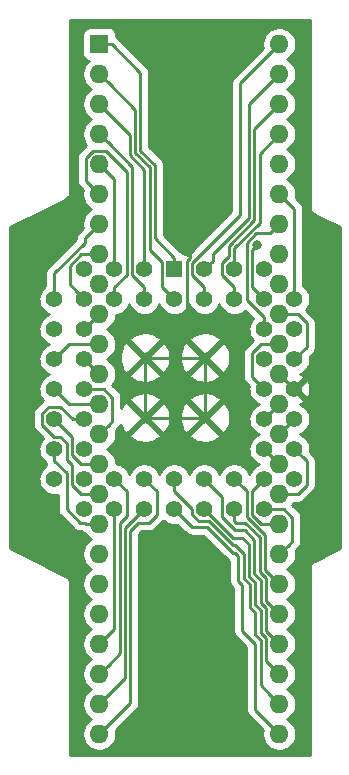
<source format=gtl>
G04 #@! TF.GenerationSoftware,KiCad,Pcbnew,(5.99.0-434-g6ad8b170c)*
G04 #@! TF.CreationDate,2019-12-25T22:45:19+01:00*
G04 #@! TF.ProjectId,DeniseAdapter,44656e69-7365-4416-9461-707465722e6b,rev?*
G04 #@! TF.SameCoordinates,Original*
G04 #@! TF.FileFunction,Copper,L1,Top*
G04 #@! TF.FilePolarity,Positive*
%FSLAX46Y46*%
G04 Gerber Fmt 4.6, Leading zero omitted, Abs format (unit mm)*
G04 Created by KiCad (PCBNEW (5.99.0-434-g6ad8b170c)) date 2019-12-25 22:45:19*
%MOMM*%
%LPD*%
G04 APERTURE LIST*
%ADD10C,1.422400*%
%ADD11R,1.422400X1.422400*%
%ADD12O,1.600000X1.600000*%
%ADD13R,1.600000X1.600000*%
%ADD14C,0.800000*%
%ADD15C,0.250000*%
%ADD16C,0.254000*%
G04 APERTURE END LIST*
D10*
X46320000Y-52200000D03*
X46320000Y-54740000D03*
X46320000Y-57280000D03*
X46320000Y-59820000D03*
X46320000Y-62360000D03*
X46320000Y-64900000D03*
X43780000Y-49660000D03*
X43780000Y-54740000D03*
X43780000Y-57280000D03*
X43780000Y-59820000D03*
X43780000Y-62360000D03*
X43780000Y-64900000D03*
X43780000Y-67440000D03*
X43780000Y-69980000D03*
X41240000Y-69980000D03*
X38700000Y-69980000D03*
X36160000Y-69980000D03*
X33620000Y-69980000D03*
X31080000Y-69980000D03*
X28540000Y-69980000D03*
X46320000Y-67440000D03*
X41240000Y-67440000D03*
X38700000Y-67440000D03*
X36160000Y-67440000D03*
X33620000Y-67440000D03*
X31080000Y-67440000D03*
X28540000Y-67440000D03*
X26000000Y-67440000D03*
X26000000Y-64900000D03*
X26000000Y-62360000D03*
X26000000Y-59820000D03*
X26000000Y-57280000D03*
X26000000Y-54740000D03*
X26000000Y-52200000D03*
X28540000Y-64900000D03*
X28540000Y-62360000D03*
X28540000Y-59820000D03*
X28540000Y-57280000D03*
X28540000Y-54740000D03*
X28540000Y-52200000D03*
X41240000Y-49660000D03*
X38700000Y-49660000D03*
X28540000Y-49660000D03*
X31080000Y-49660000D03*
X33620000Y-49660000D03*
D11*
X36160000Y-49660000D03*
D10*
X43780000Y-52200000D03*
X41240000Y-52200000D03*
X38700000Y-52200000D03*
X31080000Y-52200000D03*
X33620000Y-52200000D03*
X36160000Y-52200000D03*
D12*
X45030000Y-30608000D03*
X29790000Y-89028000D03*
X45030000Y-33148000D03*
X29790000Y-86488000D03*
X45030000Y-35688000D03*
X29790000Y-83948000D03*
X45030000Y-38228000D03*
X29790000Y-81408000D03*
X45030000Y-40768000D03*
X29790000Y-78868000D03*
X45030000Y-43308000D03*
X29790000Y-76328000D03*
X45030000Y-45848000D03*
X29790000Y-73788000D03*
X45030000Y-48388000D03*
X29790000Y-71248000D03*
X45030000Y-50928000D03*
X29790000Y-68708000D03*
X45030000Y-53468000D03*
X29790000Y-66168000D03*
X45030000Y-56008000D03*
X29790000Y-63628000D03*
X45030000Y-58548000D03*
X29790000Y-61088000D03*
X45030000Y-61088000D03*
X29790000Y-58548000D03*
X45030000Y-63628000D03*
X29790000Y-56008000D03*
X45030000Y-66168000D03*
X29790000Y-53468000D03*
X45030000Y-68708000D03*
X29790000Y-50928000D03*
X45030000Y-71248000D03*
X29790000Y-48388000D03*
X45030000Y-73788000D03*
X29790000Y-45848000D03*
X45030000Y-76328000D03*
X29790000Y-43308000D03*
X45030000Y-78868000D03*
X29790000Y-40768000D03*
X45030000Y-81408000D03*
X29790000Y-38228000D03*
X45030000Y-83948000D03*
X29790000Y-35688000D03*
X45030000Y-86488000D03*
X29790000Y-33148000D03*
X45030000Y-89028000D03*
D13*
X29790000Y-30608000D03*
D14*
X35560000Y-73660000D03*
X48260000Y-61595000D03*
X37465000Y-45720000D03*
X43180000Y-47625000D03*
X36195000Y-59690000D03*
D15*
X45030000Y-58548000D02*
X45048000Y-58548000D01*
X45048000Y-58548000D02*
X46320000Y-59820000D01*
X38735000Y-57150000D02*
X33655000Y-57150000D01*
X38735000Y-62230000D02*
X38735000Y-57150000D01*
X33655000Y-62230000D02*
X38735000Y-62230000D01*
X33655000Y-57150000D02*
X33655000Y-62230000D01*
X41741422Y-45085000D02*
X41741422Y-33896578D01*
X41741422Y-33896578D02*
X45030000Y-30608000D01*
X38700000Y-52200000D02*
X38700000Y-51194212D01*
X38700000Y-51194212D02*
X37663799Y-50158011D01*
X37663799Y-50158011D02*
X37663799Y-49162623D01*
X37663799Y-49162623D02*
X41741422Y-45085000D01*
X38700000Y-49660000D02*
X39411199Y-48948801D01*
X42475569Y-45347199D02*
X42475569Y-35702431D01*
X39411199Y-48948801D02*
X39411199Y-48411569D01*
X42475569Y-35702431D02*
X45030000Y-33148000D01*
X39411199Y-48411569D02*
X42475569Y-45347199D01*
X41240000Y-52200000D02*
X41240000Y-51193578D01*
X40203799Y-49162623D02*
X40789990Y-48576432D01*
X40789991Y-47669187D02*
X42925578Y-45533600D01*
X40789990Y-48576432D02*
X40789991Y-47669187D01*
X41240000Y-51193578D02*
X40203799Y-50157377D01*
X40203799Y-50157377D02*
X40203799Y-49162623D01*
X42925578Y-45533600D02*
X42925579Y-37792421D01*
X42925579Y-37792421D02*
X45030000Y-35688000D01*
X43375588Y-45720000D02*
X43375588Y-39882412D01*
X43375588Y-39882412D02*
X45030000Y-38228000D01*
X41240000Y-49660000D02*
X41240000Y-47855588D01*
X41240000Y-47855588D02*
X43375588Y-45720000D01*
X43780000Y-54740000D02*
X43780000Y-53733578D01*
X42293790Y-47438208D02*
X43083999Y-46647999D01*
X43780000Y-53733578D02*
X42293790Y-52247368D01*
X42293790Y-52247368D02*
X42293790Y-47438208D01*
X44230001Y-46647999D02*
X45030000Y-45848000D01*
X43083999Y-46647999D02*
X44230001Y-46647999D01*
X43780000Y-52200000D02*
X42743799Y-51163799D01*
X42743799Y-48061201D02*
X43180000Y-47625000D01*
X42743799Y-51163799D02*
X42743799Y-48061201D01*
X46320000Y-52200000D02*
X46320000Y-44598000D01*
X46320000Y-44598000D02*
X45030000Y-43308000D01*
X41108590Y-73025000D02*
X41276410Y-73025000D01*
X42014964Y-73763554D02*
X42014964Y-75858604D01*
X41276410Y-73025000D02*
X42014964Y-73763554D01*
X41910000Y-80278636D02*
X43004979Y-81373615D01*
X43004979Y-81373615D02*
X43004979Y-87002979D01*
X43004979Y-87002979D02*
X44230001Y-88228001D01*
X44230001Y-88228001D02*
X45030000Y-89028000D01*
X41910000Y-76390050D02*
X41910000Y-80278636D01*
X41564954Y-76045004D02*
X41910000Y-76390050D01*
X41107180Y-73660000D02*
X41275000Y-73660000D01*
X41275000Y-73660000D02*
X41564954Y-73949954D01*
X41564954Y-73949954D02*
X41564954Y-76045004D01*
X38913391Y-71466211D02*
X41107180Y-73660000D01*
X37646211Y-71466211D02*
X38913391Y-71466211D01*
X36160000Y-69980000D02*
X37646211Y-71466211D01*
X36160000Y-68445788D02*
X37663799Y-69949587D01*
X38202623Y-71016201D02*
X39099791Y-71016201D01*
X37663799Y-69949587D02*
X37663799Y-70477377D01*
X43004981Y-80655801D02*
X43454989Y-81105809D01*
X37663799Y-70477377D02*
X38202623Y-71016201D01*
X42545000Y-78292230D02*
X43004981Y-78752211D01*
X36160000Y-67440000D02*
X36160000Y-68445788D01*
X42014964Y-75858604D02*
X42545000Y-76388640D01*
X39099791Y-71016201D02*
X41108590Y-73025000D01*
X43004981Y-78752211D02*
X43004981Y-80655801D01*
X42545000Y-76388640D02*
X42545000Y-78292230D01*
X43454989Y-81105809D02*
X43454989Y-84912989D01*
X44230001Y-85688001D02*
X45030000Y-86488000D01*
X43454989Y-84912989D02*
X44230001Y-85688001D01*
X41110000Y-72390000D02*
X41910000Y-72390000D01*
X42464972Y-72944972D02*
X42464973Y-75672203D01*
X38700000Y-69980000D02*
X41110000Y-72390000D01*
X42464973Y-75672203D02*
X43004979Y-76212209D01*
X43004980Y-78115800D02*
X43454989Y-78565809D01*
X43454989Y-78565809D02*
X43454990Y-80469400D01*
X43004979Y-76212209D02*
X43004980Y-78115800D01*
X43904999Y-80919409D02*
X43904999Y-82822999D01*
X41910000Y-72390000D02*
X42464972Y-72944972D01*
X43454990Y-80469400D02*
X43904999Y-80919409D01*
X43904999Y-82822999D02*
X44230001Y-83148001D01*
X44230001Y-83148001D02*
X45030000Y-83948000D01*
X43454989Y-77929399D02*
X43904999Y-78379409D01*
X43904999Y-78379409D02*
X43904999Y-80282999D01*
X43904999Y-80282999D02*
X44230001Y-80608001D01*
X44230001Y-80608001D02*
X45030000Y-81408000D01*
X42914982Y-75485802D02*
X43454989Y-76025809D01*
X43454989Y-76025809D02*
X43454989Y-77929399D01*
X42112192Y-71755000D02*
X42914982Y-72557790D01*
X42914982Y-72557790D02*
X42914982Y-75485802D01*
X41275000Y-71755000D02*
X42112192Y-71755000D01*
X40203799Y-70683799D02*
X41275000Y-71755000D01*
X38700000Y-67440000D02*
X40203799Y-68943799D01*
X40203799Y-68943799D02*
X40203799Y-70683799D01*
X43364991Y-75299401D02*
X43904999Y-75839409D01*
X44230001Y-78068001D02*
X45030000Y-78868000D01*
X43904999Y-75839409D02*
X43904999Y-77742999D01*
X43904999Y-77742999D02*
X44230001Y-78068001D01*
X42113602Y-71120000D02*
X43364990Y-72371388D01*
X43364990Y-72371388D02*
X43364991Y-75299401D01*
X41374212Y-71120000D02*
X42113602Y-71120000D01*
X41240000Y-69980000D02*
X41240000Y-70985788D01*
X41240000Y-70985788D02*
X41374212Y-71120000D01*
X43815000Y-72184988D02*
X42276201Y-70646189D01*
X41951199Y-68151199D02*
X41240000Y-67440000D01*
X42276201Y-70646189D02*
X42276201Y-68476201D01*
X42276201Y-68476201D02*
X41951199Y-68151199D01*
X43815000Y-75113000D02*
X43815000Y-72184988D01*
X45030000Y-76328000D02*
X43815000Y-75113000D01*
X45030000Y-71248000D02*
X43514422Y-71248000D01*
X42743799Y-70477377D02*
X42743799Y-68476201D01*
X43068801Y-68151199D02*
X43780000Y-67440000D01*
X43514422Y-71248000D02*
X42743799Y-70477377D01*
X42743799Y-68476201D02*
X43068801Y-68151199D01*
X43780000Y-69980000D02*
X45427002Y-69980000D01*
X46155001Y-70707999D02*
X46155001Y-72662999D01*
X45427002Y-69980000D02*
X46155001Y-70707999D01*
X46155001Y-72662999D02*
X45829999Y-72988001D01*
X45829999Y-72988001D02*
X45030000Y-73788000D01*
X45030000Y-68708000D02*
X46585578Y-68708000D01*
X46585578Y-68708000D02*
X47356201Y-67937377D01*
X47356201Y-65936201D02*
X47031199Y-65611199D01*
X47356201Y-67937377D02*
X47356201Y-65936201D01*
X47031199Y-65611199D02*
X46320000Y-64900000D01*
X43780000Y-64900000D02*
X43780000Y-64918000D01*
X43780000Y-64918000D02*
X45030000Y-66168000D01*
X45030000Y-63628000D02*
X45052000Y-63628000D01*
X45052000Y-63628000D02*
X46320000Y-62360000D01*
X45030000Y-61088000D02*
X45030000Y-61110000D01*
X45030000Y-61110000D02*
X43780000Y-62360000D01*
X45030000Y-56008000D02*
X43518422Y-56008000D01*
X43518422Y-56008000D02*
X42743799Y-56782623D01*
X42743799Y-56782623D02*
X42743799Y-58783799D01*
X42743799Y-58783799D02*
X43068801Y-59108801D01*
X43068801Y-59108801D02*
X43780000Y-59820000D01*
X46320000Y-57280000D02*
X47356201Y-56243799D01*
X47356201Y-54242623D02*
X46581578Y-53468000D01*
X46581578Y-53468000D02*
X45030000Y-53468000D01*
X47356201Y-56243799D02*
X47356201Y-54242623D01*
X32430030Y-71806380D02*
X32430030Y-86387970D01*
X32430030Y-86387970D02*
X29790000Y-89028000D01*
X33116410Y-71120000D02*
X32430030Y-71806380D01*
X33620000Y-67440000D02*
X34656201Y-68476201D01*
X34656201Y-68476201D02*
X34656201Y-70477377D01*
X34656201Y-70477377D02*
X34013578Y-71120000D01*
X34013578Y-71120000D02*
X33116410Y-71120000D01*
X31980020Y-71619980D02*
X31980020Y-84297980D01*
X31980020Y-84297980D02*
X29790000Y-86488000D01*
X33620000Y-69980000D02*
X31980020Y-71619980D01*
X32116201Y-70533809D02*
X31530010Y-71120000D01*
X31530010Y-71120000D02*
X31530010Y-82207990D01*
X31530010Y-82207990D02*
X30589999Y-83148001D01*
X30589999Y-83148001D02*
X29790000Y-83948000D01*
X31080000Y-67440000D02*
X32116201Y-68476201D01*
X32116201Y-68476201D02*
X32116201Y-70533809D01*
X31080000Y-69980000D02*
X31080000Y-80118000D01*
X31080000Y-80118000D02*
X29790000Y-81408000D01*
X28575000Y-71120000D02*
X28658630Y-71248000D01*
X26000000Y-64900000D02*
X26000000Y-65906422D01*
X26000000Y-65906422D02*
X27036201Y-66942623D01*
X27036201Y-66942623D02*
X27036201Y-70009779D01*
X27036201Y-70009779D02*
X28146422Y-71120000D01*
X28146422Y-71120000D02*
X28575000Y-71120000D01*
X29790000Y-68708000D02*
X28274422Y-68708000D01*
X26497377Y-63863799D02*
X25970221Y-63863799D01*
X26497377Y-61323799D02*
X27533578Y-62360000D01*
X27053789Y-65788789D02*
X27053789Y-64420211D01*
X27503799Y-66238799D02*
X27053789Y-65788789D01*
X27503799Y-67937377D02*
X27503799Y-66238799D01*
X28274422Y-68708000D02*
X27503799Y-67937377D01*
X27053789Y-64420211D02*
X26497377Y-63863799D01*
X25970221Y-63863799D02*
X24963799Y-62857377D01*
X25502623Y-61323799D02*
X26497377Y-61323799D01*
X24963799Y-61862623D02*
X25502623Y-61323799D01*
X24963799Y-62857377D02*
X24963799Y-61862623D01*
X27533578Y-62360000D02*
X28540000Y-62360000D01*
X28658630Y-71248000D02*
X29790000Y-71248000D01*
X26000000Y-62360000D02*
X27503799Y-63863799D01*
X27503799Y-63863799D02*
X27503799Y-65397377D01*
X27503799Y-65397377D02*
X28274422Y-66168000D01*
X28274422Y-66168000D02*
X28658630Y-66168000D01*
X28658630Y-66168000D02*
X29790000Y-66168000D01*
X28540000Y-59820000D02*
X30187002Y-59820000D01*
X30187002Y-59820000D02*
X30915001Y-60547999D01*
X30915001Y-60547999D02*
X30915001Y-62502999D01*
X30915001Y-62502999D02*
X30589999Y-62828001D01*
X30589999Y-62828001D02*
X29790000Y-63628000D01*
X29790000Y-61088000D02*
X27268000Y-61088000D01*
X27268000Y-61088000D02*
X26000000Y-59820000D01*
X28540000Y-57280000D02*
X28540000Y-57298000D01*
X28540000Y-57298000D02*
X29790000Y-58548000D01*
X29790000Y-56008000D02*
X27272000Y-56008000D01*
X27272000Y-56008000D02*
X26000000Y-57280000D01*
X29790000Y-53468000D02*
X29790000Y-53490000D01*
X29790000Y-53490000D02*
X28540000Y-54740000D01*
X28575000Y-47455012D02*
X28575000Y-47063000D01*
X28575000Y-47063000D02*
X29790000Y-45848000D01*
X26000000Y-52200000D02*
X26000000Y-50030012D01*
X26000000Y-50030012D02*
X28575000Y-47455012D01*
X29790000Y-48388000D02*
X28278422Y-48388000D01*
X28278422Y-48388000D02*
X27305000Y-49361422D01*
X27305000Y-50965000D02*
X27828801Y-51488801D01*
X27305000Y-49361422D02*
X27305000Y-50965000D01*
X27828801Y-51488801D02*
X28540000Y-52200000D01*
X36160000Y-49660000D02*
X36160000Y-48698800D01*
X34520018Y-40867198D02*
X33285020Y-39632200D01*
X34520018Y-47058818D02*
X34520018Y-40867198D01*
X36160000Y-48698800D02*
X34520018Y-47058818D01*
X30840000Y-30608000D02*
X29790000Y-30608000D01*
X33285020Y-39632200D02*
X33285020Y-33053020D01*
X33285020Y-33053020D02*
X30840000Y-30608000D01*
X32835010Y-39818600D02*
X32835010Y-36193010D01*
X32835010Y-36193010D02*
X30589999Y-33947999D01*
X30589999Y-33947999D02*
X29790000Y-33148000D01*
X34070009Y-41053599D02*
X32835010Y-39818600D01*
X35123799Y-49093799D02*
X34070010Y-48040010D01*
X34070010Y-48040010D02*
X34070009Y-41053599D01*
X36160000Y-52200000D02*
X35123799Y-51163799D01*
X35123799Y-51163799D02*
X35123799Y-49093799D01*
X32385000Y-40005000D02*
X32385000Y-38283000D01*
X32385000Y-38283000D02*
X29790000Y-35688000D01*
X33620000Y-41240000D02*
X32385000Y-40005000D01*
X33620000Y-49660000D02*
X33620000Y-41240000D01*
X33620000Y-52200000D02*
X33620000Y-51194212D01*
X33620000Y-51194212D02*
X32566211Y-50140423D01*
X32566211Y-50140423D02*
X32566211Y-41004211D01*
X32566211Y-41004211D02*
X30589999Y-39027999D01*
X30589999Y-39027999D02*
X29790000Y-38228000D01*
X31080000Y-52200000D02*
X31080000Y-51194212D01*
X31080000Y-51194212D02*
X32116201Y-50158011D01*
X32116201Y-50158011D02*
X32116201Y-41429199D01*
X30330001Y-39642999D02*
X29249999Y-39642999D01*
X32116201Y-41429199D02*
X30330001Y-39642999D01*
X29249999Y-39642999D02*
X28664999Y-40227999D01*
X28664999Y-40227999D02*
X28664999Y-42182999D01*
X28664999Y-42182999D02*
X28990001Y-42508001D01*
X28990001Y-42508001D02*
X29790000Y-43308000D01*
X31080000Y-49660000D02*
X31080000Y-42058000D01*
X31080000Y-42058000D02*
X29790000Y-40768000D01*
X37235001Y-55650001D02*
X38735000Y-57150000D01*
X37213789Y-55628789D02*
X37235001Y-55650001D01*
X37213789Y-48976223D02*
X37213789Y-55628789D01*
X37465000Y-48725012D02*
X37213789Y-48976223D01*
X37465000Y-45720000D02*
X37465000Y-48725012D01*
X36195000Y-59690000D02*
X33655000Y-57150000D01*
G36*
X47626001Y-44390887D02*
G01*
X47620085Y-44422453D01*
X47626001Y-44481876D01*
X47626001Y-44495446D01*
X47630432Y-44526388D01*
X47638074Y-44603164D01*
X47643271Y-44616034D01*
X47645237Y-44629768D01*
X47677172Y-44700004D01*
X47706060Y-44771560D01*
X47714657Y-44782452D01*
X47720402Y-44795087D01*
X47770758Y-44853527D01*
X47818818Y-44914414D01*
X47829962Y-44922236D01*
X47838948Y-44932665D01*
X47915642Y-44982375D01*
X47936837Y-44997252D01*
X47944524Y-45001095D01*
X47991338Y-45031439D01*
X48025861Y-45041764D01*
X50166000Y-46111833D01*
X50166001Y-73268167D01*
X48029340Y-74336497D01*
X47998461Y-74345322D01*
X47947956Y-74377189D01*
X47935820Y-74383256D01*
X47910141Y-74401048D01*
X47844874Y-74442228D01*
X47835683Y-74452635D01*
X47824279Y-74460535D01*
X47775745Y-74520501D01*
X47724658Y-74578346D01*
X47718758Y-74590911D01*
X47710028Y-74601698D01*
X47680279Y-74672869D01*
X47647311Y-74743092D01*
X47645299Y-74756553D01*
X47639991Y-74769252D01*
X47629829Y-74860068D01*
X47626000Y-74885687D01*
X47626000Y-74894289D01*
X47619796Y-74949729D01*
X47626000Y-74985221D01*
X47626001Y-90806000D01*
X27304000Y-90806000D01*
X27304000Y-76259113D01*
X27309916Y-76227547D01*
X27304000Y-76168125D01*
X27304000Y-76154553D01*
X27299569Y-76123614D01*
X27291926Y-76046839D01*
X27286731Y-76033971D01*
X27284763Y-76020229D01*
X27252816Y-75949965D01*
X27223939Y-75878437D01*
X27215343Y-75867548D01*
X27209600Y-75854915D01*
X27159224Y-75796450D01*
X27111182Y-75735585D01*
X27100039Y-75727763D01*
X27091054Y-75717336D01*
X27014377Y-75667637D01*
X26993172Y-75652752D01*
X26985474Y-75648902D01*
X26938663Y-75618562D01*
X26904148Y-75608239D01*
X22224000Y-73268167D01*
X22224000Y-62917620D01*
X24204799Y-62917620D01*
X24204800Y-62917626D01*
X24204800Y-62977590D01*
X24223487Y-63035101D01*
X24232949Y-63094844D01*
X24260408Y-63148734D01*
X24279096Y-63206251D01*
X24314645Y-63255180D01*
X24342101Y-63309066D01*
X24512456Y-63479422D01*
X24512458Y-63479423D01*
X25013021Y-63979987D01*
X25001034Y-63991010D01*
X24855853Y-64182279D01*
X24746839Y-64396233D01*
X24677435Y-64626110D01*
X24649835Y-64864645D01*
X24664913Y-65104297D01*
X24722190Y-65337492D01*
X24819859Y-65556858D01*
X24954830Y-65755462D01*
X25122837Y-65927025D01*
X25241001Y-66011000D01*
X25241001Y-66026635D01*
X25259690Y-66084154D01*
X25269151Y-66143889D01*
X25296608Y-66197777D01*
X25315297Y-66255297D01*
X25328183Y-66273033D01*
X25177790Y-66368475D01*
X25001034Y-66531010D01*
X24855853Y-66722279D01*
X24746839Y-66936233D01*
X24677435Y-67166110D01*
X24649835Y-67404645D01*
X24664913Y-67644297D01*
X24722190Y-67877492D01*
X24819859Y-68096858D01*
X24954830Y-68295462D01*
X25122837Y-68467025D01*
X25318571Y-68606126D01*
X25535844Y-68708367D01*
X25767788Y-68770516D01*
X26007071Y-68790609D01*
X26246132Y-68768012D01*
X26277202Y-68759337D01*
X26277202Y-70129992D01*
X26295891Y-70187511D01*
X26305352Y-70247246D01*
X26332809Y-70301134D01*
X26351498Y-70358654D01*
X26387050Y-70407585D01*
X26414504Y-70461469D01*
X26464283Y-70511247D01*
X27651284Y-71698251D01*
X27651291Y-71698257D01*
X27694732Y-71741698D01*
X27748617Y-71769153D01*
X27797547Y-71804703D01*
X27855064Y-71823392D01*
X27908955Y-71850850D01*
X27968687Y-71860310D01*
X28026208Y-71879000D01*
X28225196Y-71879000D01*
X28297293Y-71915736D01*
X28385231Y-71966181D01*
X28404037Y-71970124D01*
X28421161Y-71978849D01*
X28521322Y-71994714D01*
X28571329Y-72005198D01*
X28610850Y-72073651D01*
X28772136Y-72265864D01*
X28964349Y-72427150D01*
X29121706Y-72518000D01*
X28964349Y-72608850D01*
X28772136Y-72770136D01*
X28610850Y-72962349D01*
X28485391Y-73179651D01*
X28399571Y-73415436D01*
X28356000Y-73662541D01*
X28356000Y-73913459D01*
X28399571Y-74160564D01*
X28485391Y-74396349D01*
X28610850Y-74613651D01*
X28772136Y-74805864D01*
X28964349Y-74967150D01*
X29121706Y-75058000D01*
X28964349Y-75148850D01*
X28772136Y-75310136D01*
X28610850Y-75502349D01*
X28485391Y-75719651D01*
X28399571Y-75955436D01*
X28356000Y-76202541D01*
X28356000Y-76453459D01*
X28399571Y-76700564D01*
X28485391Y-76936349D01*
X28610850Y-77153651D01*
X28772136Y-77345864D01*
X28964349Y-77507150D01*
X29121706Y-77598000D01*
X28964349Y-77688850D01*
X28772136Y-77850136D01*
X28610850Y-78042349D01*
X28485391Y-78259651D01*
X28399571Y-78495436D01*
X28356000Y-78742541D01*
X28356000Y-78993459D01*
X28399571Y-79240564D01*
X28485391Y-79476349D01*
X28610850Y-79693651D01*
X28772136Y-79885864D01*
X28964349Y-80047150D01*
X29121706Y-80138000D01*
X28964349Y-80228850D01*
X28772136Y-80390136D01*
X28610850Y-80582349D01*
X28485391Y-80799651D01*
X28399571Y-81035436D01*
X28356000Y-81282541D01*
X28356000Y-81533459D01*
X28399571Y-81780564D01*
X28485391Y-82016349D01*
X28610850Y-82233651D01*
X28772136Y-82425864D01*
X28964349Y-82587150D01*
X29121706Y-82678000D01*
X28964349Y-82768850D01*
X28772136Y-82930136D01*
X28610850Y-83122349D01*
X28485391Y-83339651D01*
X28399571Y-83575436D01*
X28356000Y-83822541D01*
X28356000Y-84073459D01*
X28399571Y-84320564D01*
X28485391Y-84556349D01*
X28610850Y-84773651D01*
X28772136Y-84965864D01*
X28964349Y-85127150D01*
X29121706Y-85218000D01*
X28964349Y-85308850D01*
X28772136Y-85470136D01*
X28610850Y-85662349D01*
X28485391Y-85879651D01*
X28399571Y-86115436D01*
X28356000Y-86362541D01*
X28356000Y-86613459D01*
X28399571Y-86860564D01*
X28485391Y-87096349D01*
X28610850Y-87313651D01*
X28772136Y-87505864D01*
X28964349Y-87667150D01*
X29121706Y-87758000D01*
X28964349Y-87848850D01*
X28772136Y-88010136D01*
X28610850Y-88202349D01*
X28485391Y-88419651D01*
X28399571Y-88655436D01*
X28356000Y-88902541D01*
X28356000Y-89153459D01*
X28399571Y-89400564D01*
X28485391Y-89636349D01*
X28610850Y-89853651D01*
X28772136Y-90045864D01*
X28964349Y-90207150D01*
X29181651Y-90332609D01*
X29417436Y-90418429D01*
X29664541Y-90462000D01*
X29915459Y-90462000D01*
X30162564Y-90418429D01*
X30398349Y-90332609D01*
X30615651Y-90207150D01*
X30807864Y-90045864D01*
X30969150Y-89853651D01*
X31094609Y-89636349D01*
X31180429Y-89400564D01*
X31224000Y-89153459D01*
X31224000Y-88902541D01*
X31188751Y-88702635D01*
X33001948Y-86889439D01*
X33051728Y-86839660D01*
X33079184Y-86785774D01*
X33114733Y-86736845D01*
X33133421Y-86679328D01*
X33160880Y-86625438D01*
X33170342Y-86565695D01*
X33189029Y-86508184D01*
X33189029Y-86448220D01*
X33189030Y-86448214D01*
X33189030Y-72120767D01*
X33430798Y-71879000D01*
X34073822Y-71879000D01*
X34073828Y-71878999D01*
X34133791Y-71878999D01*
X34191304Y-71860312D01*
X34251046Y-71850850D01*
X34304937Y-71823390D01*
X34362451Y-71804704D01*
X34411379Y-71769156D01*
X34465268Y-71741697D01*
X34635623Y-71571343D01*
X34635624Y-71571341D01*
X35228119Y-70978847D01*
X35241823Y-70965143D01*
X35282837Y-71007025D01*
X35478571Y-71146126D01*
X35695844Y-71248367D01*
X35927788Y-71310516D01*
X36167071Y-71330609D01*
X36406132Y-71308012D01*
X36412771Y-71306158D01*
X37038624Y-71932012D01*
X37194521Y-72087909D01*
X37248407Y-72115365D01*
X37297335Y-72150914D01*
X37354859Y-72169605D01*
X37408745Y-72197061D01*
X37468478Y-72206522D01*
X37525997Y-72225211D01*
X38599005Y-72225211D01*
X40499594Y-74125801D01*
X40655490Y-74281698D01*
X40709376Y-74309154D01*
X40758305Y-74344703D01*
X40805954Y-74360185D01*
X40805955Y-75944747D01*
X40805955Y-76165217D01*
X40824644Y-76222736D01*
X40834105Y-76282471D01*
X40861562Y-76336359D01*
X40880251Y-76393879D01*
X40915803Y-76442810D01*
X40943257Y-76496694D01*
X40993036Y-76546472D01*
X41151000Y-76704437D01*
X41151001Y-80178379D01*
X41151001Y-80398849D01*
X41169690Y-80456368D01*
X41179151Y-80516103D01*
X41206608Y-80569991D01*
X41225297Y-80627511D01*
X41260849Y-80676442D01*
X41288303Y-80730326D01*
X41338082Y-80780104D01*
X42245979Y-81688002D01*
X42245980Y-86902722D01*
X42245980Y-87123192D01*
X42264669Y-87180711D01*
X42274130Y-87240446D01*
X42301587Y-87294334D01*
X42320276Y-87351854D01*
X42355828Y-87400785D01*
X42383282Y-87454669D01*
X42433061Y-87504447D01*
X43631249Y-88702637D01*
X43596000Y-88902541D01*
X43596000Y-89153459D01*
X43639571Y-89400564D01*
X43725391Y-89636349D01*
X43850850Y-89853651D01*
X44012136Y-90045864D01*
X44204349Y-90207150D01*
X44421651Y-90332609D01*
X44657436Y-90418429D01*
X44904541Y-90462000D01*
X45155459Y-90462000D01*
X45402564Y-90418429D01*
X45638349Y-90332609D01*
X45855651Y-90207150D01*
X46047864Y-90045864D01*
X46209150Y-89853651D01*
X46334609Y-89636349D01*
X46420429Y-89400564D01*
X46464000Y-89153459D01*
X46464000Y-88902541D01*
X46420429Y-88655436D01*
X46334609Y-88419651D01*
X46209150Y-88202349D01*
X46047864Y-88010136D01*
X45855651Y-87848850D01*
X45698294Y-87758000D01*
X45855651Y-87667150D01*
X46047864Y-87505864D01*
X46209150Y-87313651D01*
X46334609Y-87096349D01*
X46420429Y-86860564D01*
X46464000Y-86613459D01*
X46464000Y-86362541D01*
X46420429Y-86115436D01*
X46334609Y-85879651D01*
X46209150Y-85662349D01*
X46047864Y-85470136D01*
X45855651Y-85308850D01*
X45698294Y-85218000D01*
X45855651Y-85127150D01*
X46047864Y-84965864D01*
X46209150Y-84773651D01*
X46334609Y-84556349D01*
X46420429Y-84320564D01*
X46464000Y-84073459D01*
X46464000Y-83822541D01*
X46420429Y-83575436D01*
X46334609Y-83339651D01*
X46209150Y-83122349D01*
X46047864Y-82930136D01*
X45855651Y-82768850D01*
X45698294Y-82678000D01*
X45855651Y-82587150D01*
X46047864Y-82425864D01*
X46209150Y-82233651D01*
X46334609Y-82016349D01*
X46420429Y-81780564D01*
X46464000Y-81533459D01*
X46464000Y-81282541D01*
X46420429Y-81035436D01*
X46334609Y-80799651D01*
X46209150Y-80582349D01*
X46047864Y-80390136D01*
X45855651Y-80228850D01*
X45698294Y-80138000D01*
X45855651Y-80047150D01*
X46047864Y-79885864D01*
X46209150Y-79693651D01*
X46334609Y-79476349D01*
X46420429Y-79240564D01*
X46464000Y-78993459D01*
X46464000Y-78742541D01*
X46420429Y-78495436D01*
X46334609Y-78259651D01*
X46209150Y-78042349D01*
X46047864Y-77850136D01*
X45855651Y-77688850D01*
X45698294Y-77598000D01*
X45855651Y-77507150D01*
X46047864Y-77345864D01*
X46209150Y-77153651D01*
X46334609Y-76936349D01*
X46420429Y-76700564D01*
X46464000Y-76453459D01*
X46464000Y-76202541D01*
X46420429Y-75955436D01*
X46334609Y-75719651D01*
X46209150Y-75502349D01*
X46047864Y-75310136D01*
X45855651Y-75148850D01*
X45698294Y-75058000D01*
X45855651Y-74967150D01*
X46047864Y-74805864D01*
X46209150Y-74613651D01*
X46334609Y-74396349D01*
X46420429Y-74160564D01*
X46464000Y-73913459D01*
X46464000Y-73662541D01*
X46428751Y-73462635D01*
X46606340Y-73285046D01*
X46606344Y-73285044D01*
X46776698Y-73114689D01*
X46804156Y-73060802D01*
X46839704Y-73011874D01*
X46858392Y-72954357D01*
X46885851Y-72900467D01*
X46895313Y-72840724D01*
X46914000Y-72783213D01*
X46914000Y-72723249D01*
X46914001Y-72723243D01*
X46914001Y-70647755D01*
X46914000Y-70647749D01*
X46914000Y-70587785D01*
X46895313Y-70530274D01*
X46885851Y-70470531D01*
X46858392Y-70416641D01*
X46839704Y-70359124D01*
X46804155Y-70310195D01*
X46776699Y-70256309D01*
X46138380Y-69617991D01*
X46209150Y-69533651D01*
X46247631Y-69467000D01*
X46645822Y-69467000D01*
X46645828Y-69466999D01*
X46705791Y-69466999D01*
X46763304Y-69448312D01*
X46823046Y-69438850D01*
X46876937Y-69411390D01*
X46934451Y-69392704D01*
X46983379Y-69357156D01*
X47037268Y-69329697D01*
X47207623Y-69159343D01*
X47207624Y-69159341D01*
X47928119Y-68438847D01*
X47977899Y-68389067D01*
X48005355Y-68335181D01*
X48040904Y-68286252D01*
X48059592Y-68228735D01*
X48087051Y-68174845D01*
X48096513Y-68115102D01*
X48115200Y-68057591D01*
X48115200Y-67997627D01*
X48115201Y-67997621D01*
X48115201Y-65875957D01*
X48115200Y-65875951D01*
X48115200Y-65815987D01*
X48096513Y-65758476D01*
X48087051Y-65698733D01*
X48059592Y-65644843D01*
X48040904Y-65587326D01*
X48005356Y-65538398D01*
X47977898Y-65484511D01*
X47807544Y-65314156D01*
X47807540Y-65314154D01*
X47643197Y-65149811D01*
X47657534Y-65088684D01*
X47665576Y-64781575D01*
X47622758Y-64543606D01*
X47539057Y-64318540D01*
X47416822Y-64111853D01*
X47259919Y-63930078D01*
X47073306Y-63778963D01*
X46862882Y-63663281D01*
X46768485Y-63631513D01*
X46797413Y-63623436D01*
X47013603Y-63518926D01*
X47207870Y-63377783D01*
X47374071Y-63204470D01*
X47506955Y-63004464D01*
X47602320Y-62784087D01*
X47657534Y-62548685D01*
X47665576Y-62241575D01*
X47622758Y-62003606D01*
X47539057Y-61778540D01*
X47416822Y-61571853D01*
X47259919Y-61390078D01*
X47073306Y-61238963D01*
X46862882Y-61123281D01*
X46768485Y-61091513D01*
X46797413Y-61083436D01*
X47013603Y-60978926D01*
X47178270Y-60859289D01*
X46138980Y-59820000D01*
X46501019Y-59820000D01*
X47362662Y-60681643D01*
X47506955Y-60464464D01*
X47602320Y-60244087D01*
X47657534Y-60008685D01*
X47665576Y-59701575D01*
X47622758Y-59463606D01*
X47539057Y-59238540D01*
X47369383Y-58951636D01*
X46501019Y-59820000D01*
X46138980Y-59820000D01*
X47193784Y-58765197D01*
X46862882Y-58583281D01*
X46768485Y-58551513D01*
X46797413Y-58543436D01*
X47013603Y-58438926D01*
X47207870Y-58297783D01*
X47374071Y-58124470D01*
X47506955Y-57924464D01*
X47602320Y-57704087D01*
X47657534Y-57468685D01*
X47665576Y-57161575D01*
X47642129Y-57031259D01*
X47939089Y-56734300D01*
X47939092Y-56734296D01*
X47977899Y-56695489D01*
X48005354Y-56641604D01*
X48040904Y-56592674D01*
X48059593Y-56535157D01*
X48087051Y-56481266D01*
X48096511Y-56421534D01*
X48115201Y-56364013D01*
X48115201Y-54182379D01*
X48115200Y-54182373D01*
X48115200Y-54122409D01*
X48096513Y-54064898D01*
X48087051Y-54005155D01*
X48059592Y-53951265D01*
X48040904Y-53893748D01*
X48005355Y-53844819D01*
X47977899Y-53790933D01*
X47822002Y-53635037D01*
X47304247Y-53117283D01*
X47374071Y-53044470D01*
X47506955Y-52844464D01*
X47602320Y-52624087D01*
X47657534Y-52388685D01*
X47665576Y-52081575D01*
X47622758Y-51843606D01*
X47539057Y-51618540D01*
X47416822Y-51411853D01*
X47259919Y-51230078D01*
X47079000Y-51083574D01*
X47079000Y-44537756D01*
X47078999Y-44537750D01*
X47078999Y-44477786D01*
X47060312Y-44420275D01*
X47050850Y-44360532D01*
X47023391Y-44306642D01*
X47004703Y-44249125D01*
X46969154Y-44200196D01*
X46941698Y-44146310D01*
X46428751Y-43633364D01*
X46464000Y-43433459D01*
X46464000Y-43182541D01*
X46420429Y-42935436D01*
X46334609Y-42699651D01*
X46209150Y-42482349D01*
X46047864Y-42290136D01*
X45855651Y-42128850D01*
X45698294Y-42038000D01*
X45855651Y-41947150D01*
X46047864Y-41785864D01*
X46209150Y-41593651D01*
X46334609Y-41376349D01*
X46420429Y-41140564D01*
X46464000Y-40893459D01*
X46464000Y-40642541D01*
X46420429Y-40395436D01*
X46334609Y-40159651D01*
X46209150Y-39942349D01*
X46047864Y-39750136D01*
X45855651Y-39588850D01*
X45698294Y-39498000D01*
X45855651Y-39407150D01*
X46047864Y-39245864D01*
X46209150Y-39053651D01*
X46334609Y-38836349D01*
X46420429Y-38600564D01*
X46464000Y-38353459D01*
X46464000Y-38102541D01*
X46420429Y-37855436D01*
X46334609Y-37619651D01*
X46209150Y-37402349D01*
X46047864Y-37210136D01*
X45855651Y-37048850D01*
X45698294Y-36958000D01*
X45855651Y-36867150D01*
X46047864Y-36705864D01*
X46209150Y-36513651D01*
X46334609Y-36296349D01*
X46420429Y-36060564D01*
X46464000Y-35813459D01*
X46464000Y-35562541D01*
X46420429Y-35315436D01*
X46334609Y-35079651D01*
X46209150Y-34862349D01*
X46047864Y-34670136D01*
X45855651Y-34508850D01*
X45698294Y-34418000D01*
X45855651Y-34327150D01*
X46047864Y-34165864D01*
X46209150Y-33973651D01*
X46334609Y-33756349D01*
X46420429Y-33520564D01*
X46464000Y-33273459D01*
X46464000Y-33022541D01*
X46420429Y-32775436D01*
X46334609Y-32539651D01*
X46209150Y-32322349D01*
X46047864Y-32130136D01*
X45855651Y-31968850D01*
X45698294Y-31878000D01*
X45855651Y-31787150D01*
X46047864Y-31625864D01*
X46209150Y-31433651D01*
X46334609Y-31216349D01*
X46420429Y-30980564D01*
X46464000Y-30733459D01*
X46464000Y-30482541D01*
X46420429Y-30235436D01*
X46334609Y-29999651D01*
X46209150Y-29782349D01*
X46047864Y-29590136D01*
X45855651Y-29428850D01*
X45638349Y-29303391D01*
X45402564Y-29217571D01*
X45155459Y-29174000D01*
X44904541Y-29174000D01*
X44657436Y-29217571D01*
X44421651Y-29303391D01*
X44204349Y-29428850D01*
X44012136Y-29590136D01*
X43850850Y-29782349D01*
X43725391Y-29999651D01*
X43639571Y-30235436D01*
X43596000Y-30482541D01*
X43596000Y-30733459D01*
X43631249Y-30933364D01*
X41275622Y-33288992D01*
X41119725Y-33444888D01*
X41092271Y-33498772D01*
X41056719Y-33547703D01*
X41038030Y-33605223D01*
X41010573Y-33659111D01*
X41001112Y-33718846D01*
X40982423Y-33776365D01*
X40982423Y-33846762D01*
X40982422Y-44770612D01*
X37290666Y-48462370D01*
X37285015Y-48455635D01*
X37091386Y-48343844D01*
X36882224Y-48306963D01*
X36813490Y-48306963D01*
X36809154Y-48300996D01*
X36781698Y-48247110D01*
X36625801Y-48091214D01*
X35279018Y-46744432D01*
X35279018Y-40806954D01*
X35279017Y-40806948D01*
X35279017Y-40746984D01*
X35260330Y-40689473D01*
X35250868Y-40629730D01*
X35223409Y-40575840D01*
X35204721Y-40518323D01*
X35169172Y-40469394D01*
X35141716Y-40415508D01*
X34985819Y-40259612D01*
X34044020Y-39317814D01*
X34044020Y-32992776D01*
X34044019Y-32992770D01*
X34044019Y-32932806D01*
X34025332Y-32875295D01*
X34015870Y-32815552D01*
X33988411Y-32761662D01*
X33969723Y-32704145D01*
X33934174Y-32655216D01*
X33906718Y-32601330D01*
X33750821Y-32445434D01*
X31462047Y-30156661D01*
X31462045Y-30156657D01*
X31291690Y-29986303D01*
X31237801Y-29958844D01*
X31231837Y-29954511D01*
X31231837Y-29791412D01*
X31151205Y-29490489D01*
X31003815Y-29314835D01*
X30810186Y-29203044D01*
X30601024Y-29166163D01*
X28973412Y-29166163D01*
X28672489Y-29246795D01*
X28496835Y-29394185D01*
X28385044Y-29587814D01*
X28348163Y-29796976D01*
X28348163Y-31424588D01*
X28428795Y-31725512D01*
X28576185Y-31901165D01*
X28769814Y-32012956D01*
X28887132Y-32033642D01*
X28772136Y-32130136D01*
X28610850Y-32322349D01*
X28485391Y-32539651D01*
X28399571Y-32775436D01*
X28356000Y-33022541D01*
X28356000Y-33273459D01*
X28399571Y-33520564D01*
X28485391Y-33756349D01*
X28610850Y-33973651D01*
X28772136Y-34165864D01*
X28964349Y-34327150D01*
X29121706Y-34418000D01*
X28964349Y-34508850D01*
X28772136Y-34670136D01*
X28610850Y-34862349D01*
X28485391Y-35079651D01*
X28399571Y-35315436D01*
X28356000Y-35562541D01*
X28356000Y-35813459D01*
X28399571Y-36060564D01*
X28485391Y-36296349D01*
X28610850Y-36513651D01*
X28772136Y-36705864D01*
X28964349Y-36867150D01*
X29121706Y-36958000D01*
X28964349Y-37048850D01*
X28772136Y-37210136D01*
X28610850Y-37402349D01*
X28485391Y-37619651D01*
X28399571Y-37855436D01*
X28356000Y-38102541D01*
X28356000Y-38353459D01*
X28399571Y-38600564D01*
X28485391Y-38836349D01*
X28610850Y-39053651D01*
X28681620Y-39137991D01*
X28213660Y-39605952D01*
X28213656Y-39605954D01*
X28043301Y-39776310D01*
X28015845Y-39830196D01*
X27980296Y-39879125D01*
X27961608Y-39936642D01*
X27934149Y-39990532D01*
X27924687Y-40050275D01*
X27906000Y-40107786D01*
X27906000Y-40167750D01*
X27905999Y-40167756D01*
X27906000Y-42082742D01*
X27906000Y-42303212D01*
X27924689Y-42360731D01*
X27934150Y-42420466D01*
X27961607Y-42474354D01*
X27980296Y-42531874D01*
X28015848Y-42580805D01*
X28043302Y-42634689D01*
X28391249Y-42982635D01*
X28356000Y-43182541D01*
X28356000Y-43433459D01*
X28399571Y-43680564D01*
X28485391Y-43916349D01*
X28610850Y-44133651D01*
X28772136Y-44325864D01*
X28964349Y-44487150D01*
X29121706Y-44578000D01*
X28964349Y-44668850D01*
X28772136Y-44830136D01*
X28610850Y-45022349D01*
X28485391Y-45239651D01*
X28399571Y-45475436D01*
X28356000Y-45722541D01*
X28356000Y-45973459D01*
X28391249Y-46173365D01*
X27953303Y-46611310D01*
X27925845Y-46665199D01*
X27890297Y-46714125D01*
X27871608Y-46771642D01*
X27844150Y-46825533D01*
X27834688Y-46885274D01*
X27816001Y-46942787D01*
X27816001Y-47002750D01*
X27816000Y-47002756D01*
X27816000Y-47140625D01*
X25534200Y-49422426D01*
X25378303Y-49578322D01*
X25350849Y-49632206D01*
X25315297Y-49681137D01*
X25296608Y-49738657D01*
X25269151Y-49792545D01*
X25259690Y-49852280D01*
X25241001Y-49909799D01*
X25241001Y-49980196D01*
X25241000Y-51088361D01*
X25177790Y-51128475D01*
X25001034Y-51291010D01*
X24855853Y-51482279D01*
X24746839Y-51696233D01*
X24677435Y-51926110D01*
X24649835Y-52164645D01*
X24664913Y-52404297D01*
X24722190Y-52637492D01*
X24819859Y-52856858D01*
X24954830Y-53055462D01*
X25122837Y-53227025D01*
X25318571Y-53366126D01*
X25535844Y-53468367D01*
X25547768Y-53471562D01*
X25380535Y-53539809D01*
X25177790Y-53668475D01*
X25001034Y-53831010D01*
X24855853Y-54022279D01*
X24746839Y-54236233D01*
X24677435Y-54466110D01*
X24649835Y-54704645D01*
X24664913Y-54944297D01*
X24722190Y-55177492D01*
X24819859Y-55396858D01*
X24954830Y-55595462D01*
X25122837Y-55767025D01*
X25318571Y-55906126D01*
X25535844Y-56008367D01*
X25547768Y-56011562D01*
X25380535Y-56079809D01*
X25177790Y-56208475D01*
X25001034Y-56371010D01*
X24855853Y-56562279D01*
X24746839Y-56776233D01*
X24677435Y-57006110D01*
X24649835Y-57244645D01*
X24664913Y-57484297D01*
X24722190Y-57717492D01*
X24819859Y-57936858D01*
X24954830Y-58135462D01*
X25122837Y-58307025D01*
X25318571Y-58446126D01*
X25535844Y-58548367D01*
X25547768Y-58551562D01*
X25380535Y-58619809D01*
X25177790Y-58748475D01*
X25001034Y-58911010D01*
X24855853Y-59102279D01*
X24746839Y-59316233D01*
X24677435Y-59546110D01*
X24649835Y-59784645D01*
X24664913Y-60024297D01*
X24722190Y-60257492D01*
X24819859Y-60476858D01*
X24954830Y-60675462D01*
X25015559Y-60737476D01*
X25001154Y-60751881D01*
X24497999Y-61255037D01*
X24342102Y-61410933D01*
X24314648Y-61464817D01*
X24279096Y-61513748D01*
X24260407Y-61571268D01*
X24232950Y-61625156D01*
X24223489Y-61684891D01*
X24204800Y-61742410D01*
X24204800Y-61812807D01*
X24204799Y-62917620D01*
X22224000Y-62917620D01*
X22224000Y-46111834D01*
X26900663Y-43773502D01*
X26931539Y-43764677D01*
X26982043Y-43732812D01*
X26994181Y-43726743D01*
X27019875Y-43708942D01*
X27085123Y-43667774D01*
X27094314Y-43657369D01*
X27105722Y-43649464D01*
X27154261Y-43589493D01*
X27205342Y-43531653D01*
X27211240Y-43519092D01*
X27219972Y-43508303D01*
X27249728Y-43437116D01*
X27282689Y-43366910D01*
X27284701Y-43353448D01*
X27290009Y-43340749D01*
X27300172Y-43249929D01*
X27304000Y-43224313D01*
X27304000Y-43215711D01*
X27310204Y-43160272D01*
X27304000Y-43124779D01*
X27304000Y-28574000D01*
X47626000Y-28574000D01*
X47626001Y-44390887D01*
G37*
D16*
X47626001Y-44390887D02*
X47620085Y-44422453D01*
X47626001Y-44481876D01*
X47626001Y-44495446D01*
X47630432Y-44526388D01*
X47638074Y-44603164D01*
X47643271Y-44616034D01*
X47645237Y-44629768D01*
X47677172Y-44700004D01*
X47706060Y-44771560D01*
X47714657Y-44782452D01*
X47720402Y-44795087D01*
X47770758Y-44853527D01*
X47818818Y-44914414D01*
X47829962Y-44922236D01*
X47838948Y-44932665D01*
X47915642Y-44982375D01*
X47936837Y-44997252D01*
X47944524Y-45001095D01*
X47991338Y-45031439D01*
X48025861Y-45041764D01*
X50166000Y-46111833D01*
X50166001Y-73268167D01*
X48029340Y-74336497D01*
X47998461Y-74345322D01*
X47947956Y-74377189D01*
X47935820Y-74383256D01*
X47910141Y-74401048D01*
X47844874Y-74442228D01*
X47835683Y-74452635D01*
X47824279Y-74460535D01*
X47775745Y-74520501D01*
X47724658Y-74578346D01*
X47718758Y-74590911D01*
X47710028Y-74601698D01*
X47680279Y-74672869D01*
X47647311Y-74743092D01*
X47645299Y-74756553D01*
X47639991Y-74769252D01*
X47629829Y-74860068D01*
X47626000Y-74885687D01*
X47626000Y-74894289D01*
X47619796Y-74949729D01*
X47626000Y-74985221D01*
X47626001Y-90806000D01*
X27304000Y-90806000D01*
X27304000Y-76259113D01*
X27309916Y-76227547D01*
X27304000Y-76168125D01*
X27304000Y-76154553D01*
X27299569Y-76123614D01*
X27291926Y-76046839D01*
X27286731Y-76033971D01*
X27284763Y-76020229D01*
X27252816Y-75949965D01*
X27223939Y-75878437D01*
X27215343Y-75867548D01*
X27209600Y-75854915D01*
X27159224Y-75796450D01*
X27111182Y-75735585D01*
X27100039Y-75727763D01*
X27091054Y-75717336D01*
X27014377Y-75667637D01*
X26993172Y-75652752D01*
X26985474Y-75648902D01*
X26938663Y-75618562D01*
X26904148Y-75608239D01*
X22224000Y-73268167D01*
X22224000Y-62917620D01*
X24204799Y-62917620D01*
X24204800Y-62917626D01*
X24204800Y-62977590D01*
X24223487Y-63035101D01*
X24232949Y-63094844D01*
X24260408Y-63148734D01*
X24279096Y-63206251D01*
X24314645Y-63255180D01*
X24342101Y-63309066D01*
X24512456Y-63479422D01*
X24512458Y-63479423D01*
X25013021Y-63979987D01*
X25001034Y-63991010D01*
X24855853Y-64182279D01*
X24746839Y-64396233D01*
X24677435Y-64626110D01*
X24649835Y-64864645D01*
X24664913Y-65104297D01*
X24722190Y-65337492D01*
X24819859Y-65556858D01*
X24954830Y-65755462D01*
X25122837Y-65927025D01*
X25241001Y-66011000D01*
X25241001Y-66026635D01*
X25259690Y-66084154D01*
X25269151Y-66143889D01*
X25296608Y-66197777D01*
X25315297Y-66255297D01*
X25328183Y-66273033D01*
X25177790Y-66368475D01*
X25001034Y-66531010D01*
X24855853Y-66722279D01*
X24746839Y-66936233D01*
X24677435Y-67166110D01*
X24649835Y-67404645D01*
X24664913Y-67644297D01*
X24722190Y-67877492D01*
X24819859Y-68096858D01*
X24954830Y-68295462D01*
X25122837Y-68467025D01*
X25318571Y-68606126D01*
X25535844Y-68708367D01*
X25767788Y-68770516D01*
X26007071Y-68790609D01*
X26246132Y-68768012D01*
X26277202Y-68759337D01*
X26277202Y-70129992D01*
X26295891Y-70187511D01*
X26305352Y-70247246D01*
X26332809Y-70301134D01*
X26351498Y-70358654D01*
X26387050Y-70407585D01*
X26414504Y-70461469D01*
X26464283Y-70511247D01*
X27651284Y-71698251D01*
X27651291Y-71698257D01*
X27694732Y-71741698D01*
X27748617Y-71769153D01*
X27797547Y-71804703D01*
X27855064Y-71823392D01*
X27908955Y-71850850D01*
X27968687Y-71860310D01*
X28026208Y-71879000D01*
X28225196Y-71879000D01*
X28297293Y-71915736D01*
X28385231Y-71966181D01*
X28404037Y-71970124D01*
X28421161Y-71978849D01*
X28521322Y-71994714D01*
X28571329Y-72005198D01*
X28610850Y-72073651D01*
X28772136Y-72265864D01*
X28964349Y-72427150D01*
X29121706Y-72518000D01*
X28964349Y-72608850D01*
X28772136Y-72770136D01*
X28610850Y-72962349D01*
X28485391Y-73179651D01*
X28399571Y-73415436D01*
X28356000Y-73662541D01*
X28356000Y-73913459D01*
X28399571Y-74160564D01*
X28485391Y-74396349D01*
X28610850Y-74613651D01*
X28772136Y-74805864D01*
X28964349Y-74967150D01*
X29121706Y-75058000D01*
X28964349Y-75148850D01*
X28772136Y-75310136D01*
X28610850Y-75502349D01*
X28485391Y-75719651D01*
X28399571Y-75955436D01*
X28356000Y-76202541D01*
X28356000Y-76453459D01*
X28399571Y-76700564D01*
X28485391Y-76936349D01*
X28610850Y-77153651D01*
X28772136Y-77345864D01*
X28964349Y-77507150D01*
X29121706Y-77598000D01*
X28964349Y-77688850D01*
X28772136Y-77850136D01*
X28610850Y-78042349D01*
X28485391Y-78259651D01*
X28399571Y-78495436D01*
X28356000Y-78742541D01*
X28356000Y-78993459D01*
X28399571Y-79240564D01*
X28485391Y-79476349D01*
X28610850Y-79693651D01*
X28772136Y-79885864D01*
X28964349Y-80047150D01*
X29121706Y-80138000D01*
X28964349Y-80228850D01*
X28772136Y-80390136D01*
X28610850Y-80582349D01*
X28485391Y-80799651D01*
X28399571Y-81035436D01*
X28356000Y-81282541D01*
X28356000Y-81533459D01*
X28399571Y-81780564D01*
X28485391Y-82016349D01*
X28610850Y-82233651D01*
X28772136Y-82425864D01*
X28964349Y-82587150D01*
X29121706Y-82678000D01*
X28964349Y-82768850D01*
X28772136Y-82930136D01*
X28610850Y-83122349D01*
X28485391Y-83339651D01*
X28399571Y-83575436D01*
X28356000Y-83822541D01*
X28356000Y-84073459D01*
X28399571Y-84320564D01*
X28485391Y-84556349D01*
X28610850Y-84773651D01*
X28772136Y-84965864D01*
X28964349Y-85127150D01*
X29121706Y-85218000D01*
X28964349Y-85308850D01*
X28772136Y-85470136D01*
X28610850Y-85662349D01*
X28485391Y-85879651D01*
X28399571Y-86115436D01*
X28356000Y-86362541D01*
X28356000Y-86613459D01*
X28399571Y-86860564D01*
X28485391Y-87096349D01*
X28610850Y-87313651D01*
X28772136Y-87505864D01*
X28964349Y-87667150D01*
X29121706Y-87758000D01*
X28964349Y-87848850D01*
X28772136Y-88010136D01*
X28610850Y-88202349D01*
X28485391Y-88419651D01*
X28399571Y-88655436D01*
X28356000Y-88902541D01*
X28356000Y-89153459D01*
X28399571Y-89400564D01*
X28485391Y-89636349D01*
X28610850Y-89853651D01*
X28772136Y-90045864D01*
X28964349Y-90207150D01*
X29181651Y-90332609D01*
X29417436Y-90418429D01*
X29664541Y-90462000D01*
X29915459Y-90462000D01*
X30162564Y-90418429D01*
X30398349Y-90332609D01*
X30615651Y-90207150D01*
X30807864Y-90045864D01*
X30969150Y-89853651D01*
X31094609Y-89636349D01*
X31180429Y-89400564D01*
X31224000Y-89153459D01*
X31224000Y-88902541D01*
X31188751Y-88702635D01*
X33001948Y-86889439D01*
X33051728Y-86839660D01*
X33079184Y-86785774D01*
X33114733Y-86736845D01*
X33133421Y-86679328D01*
X33160880Y-86625438D01*
X33170342Y-86565695D01*
X33189029Y-86508184D01*
X33189029Y-86448220D01*
X33189030Y-86448214D01*
X33189030Y-72120767D01*
X33430798Y-71879000D01*
X34073822Y-71879000D01*
X34073828Y-71878999D01*
X34133791Y-71878999D01*
X34191304Y-71860312D01*
X34251046Y-71850850D01*
X34304937Y-71823390D01*
X34362451Y-71804704D01*
X34411379Y-71769156D01*
X34465268Y-71741697D01*
X34635623Y-71571343D01*
X34635624Y-71571341D01*
X35228119Y-70978847D01*
X35241823Y-70965143D01*
X35282837Y-71007025D01*
X35478571Y-71146126D01*
X35695844Y-71248367D01*
X35927788Y-71310516D01*
X36167071Y-71330609D01*
X36406132Y-71308012D01*
X36412771Y-71306158D01*
X37038624Y-71932012D01*
X37194521Y-72087909D01*
X37248407Y-72115365D01*
X37297335Y-72150914D01*
X37354859Y-72169605D01*
X37408745Y-72197061D01*
X37468478Y-72206522D01*
X37525997Y-72225211D01*
X38599005Y-72225211D01*
X40499594Y-74125801D01*
X40655490Y-74281698D01*
X40709376Y-74309154D01*
X40758305Y-74344703D01*
X40805954Y-74360185D01*
X40805955Y-75944747D01*
X40805955Y-76165217D01*
X40824644Y-76222736D01*
X40834105Y-76282471D01*
X40861562Y-76336359D01*
X40880251Y-76393879D01*
X40915803Y-76442810D01*
X40943257Y-76496694D01*
X40993036Y-76546472D01*
X41151000Y-76704437D01*
X41151001Y-80178379D01*
X41151001Y-80398849D01*
X41169690Y-80456368D01*
X41179151Y-80516103D01*
X41206608Y-80569991D01*
X41225297Y-80627511D01*
X41260849Y-80676442D01*
X41288303Y-80730326D01*
X41338082Y-80780104D01*
X42245979Y-81688002D01*
X42245980Y-86902722D01*
X42245980Y-87123192D01*
X42264669Y-87180711D01*
X42274130Y-87240446D01*
X42301587Y-87294334D01*
X42320276Y-87351854D01*
X42355828Y-87400785D01*
X42383282Y-87454669D01*
X42433061Y-87504447D01*
X43631249Y-88702637D01*
X43596000Y-88902541D01*
X43596000Y-89153459D01*
X43639571Y-89400564D01*
X43725391Y-89636349D01*
X43850850Y-89853651D01*
X44012136Y-90045864D01*
X44204349Y-90207150D01*
X44421651Y-90332609D01*
X44657436Y-90418429D01*
X44904541Y-90462000D01*
X45155459Y-90462000D01*
X45402564Y-90418429D01*
X45638349Y-90332609D01*
X45855651Y-90207150D01*
X46047864Y-90045864D01*
X46209150Y-89853651D01*
X46334609Y-89636349D01*
X46420429Y-89400564D01*
X46464000Y-89153459D01*
X46464000Y-88902541D01*
X46420429Y-88655436D01*
X46334609Y-88419651D01*
X46209150Y-88202349D01*
X46047864Y-88010136D01*
X45855651Y-87848850D01*
X45698294Y-87758000D01*
X45855651Y-87667150D01*
X46047864Y-87505864D01*
X46209150Y-87313651D01*
X46334609Y-87096349D01*
X46420429Y-86860564D01*
X46464000Y-86613459D01*
X46464000Y-86362541D01*
X46420429Y-86115436D01*
X46334609Y-85879651D01*
X46209150Y-85662349D01*
X46047864Y-85470136D01*
X45855651Y-85308850D01*
X45698294Y-85218000D01*
X45855651Y-85127150D01*
X46047864Y-84965864D01*
X46209150Y-84773651D01*
X46334609Y-84556349D01*
X46420429Y-84320564D01*
X46464000Y-84073459D01*
X46464000Y-83822541D01*
X46420429Y-83575436D01*
X46334609Y-83339651D01*
X46209150Y-83122349D01*
X46047864Y-82930136D01*
X45855651Y-82768850D01*
X45698294Y-82678000D01*
X45855651Y-82587150D01*
X46047864Y-82425864D01*
X46209150Y-82233651D01*
X46334609Y-82016349D01*
X46420429Y-81780564D01*
X46464000Y-81533459D01*
X46464000Y-81282541D01*
X46420429Y-81035436D01*
X46334609Y-80799651D01*
X46209150Y-80582349D01*
X46047864Y-80390136D01*
X45855651Y-80228850D01*
X45698294Y-80138000D01*
X45855651Y-80047150D01*
X46047864Y-79885864D01*
X46209150Y-79693651D01*
X46334609Y-79476349D01*
X46420429Y-79240564D01*
X46464000Y-78993459D01*
X46464000Y-78742541D01*
X46420429Y-78495436D01*
X46334609Y-78259651D01*
X46209150Y-78042349D01*
X46047864Y-77850136D01*
X45855651Y-77688850D01*
X45698294Y-77598000D01*
X45855651Y-77507150D01*
X46047864Y-77345864D01*
X46209150Y-77153651D01*
X46334609Y-76936349D01*
X46420429Y-76700564D01*
X46464000Y-76453459D01*
X46464000Y-76202541D01*
X46420429Y-75955436D01*
X46334609Y-75719651D01*
X46209150Y-75502349D01*
X46047864Y-75310136D01*
X45855651Y-75148850D01*
X45698294Y-75058000D01*
X45855651Y-74967150D01*
X46047864Y-74805864D01*
X46209150Y-74613651D01*
X46334609Y-74396349D01*
X46420429Y-74160564D01*
X46464000Y-73913459D01*
X46464000Y-73662541D01*
X46428751Y-73462635D01*
X46606340Y-73285046D01*
X46606344Y-73285044D01*
X46776698Y-73114689D01*
X46804156Y-73060802D01*
X46839704Y-73011874D01*
X46858392Y-72954357D01*
X46885851Y-72900467D01*
X46895313Y-72840724D01*
X46914000Y-72783213D01*
X46914000Y-72723249D01*
X46914001Y-72723243D01*
X46914001Y-70647755D01*
X46914000Y-70647749D01*
X46914000Y-70587785D01*
X46895313Y-70530274D01*
X46885851Y-70470531D01*
X46858392Y-70416641D01*
X46839704Y-70359124D01*
X46804155Y-70310195D01*
X46776699Y-70256309D01*
X46138380Y-69617991D01*
X46209150Y-69533651D01*
X46247631Y-69467000D01*
X46645822Y-69467000D01*
X46645828Y-69466999D01*
X46705791Y-69466999D01*
X46763304Y-69448312D01*
X46823046Y-69438850D01*
X46876937Y-69411390D01*
X46934451Y-69392704D01*
X46983379Y-69357156D01*
X47037268Y-69329697D01*
X47207623Y-69159343D01*
X47207624Y-69159341D01*
X47928119Y-68438847D01*
X47977899Y-68389067D01*
X48005355Y-68335181D01*
X48040904Y-68286252D01*
X48059592Y-68228735D01*
X48087051Y-68174845D01*
X48096513Y-68115102D01*
X48115200Y-68057591D01*
X48115200Y-67997627D01*
X48115201Y-67997621D01*
X48115201Y-65875957D01*
X48115200Y-65875951D01*
X48115200Y-65815987D01*
X48096513Y-65758476D01*
X48087051Y-65698733D01*
X48059592Y-65644843D01*
X48040904Y-65587326D01*
X48005356Y-65538398D01*
X47977898Y-65484511D01*
X47807544Y-65314156D01*
X47807540Y-65314154D01*
X47643197Y-65149811D01*
X47657534Y-65088684D01*
X47665576Y-64781575D01*
X47622758Y-64543606D01*
X47539057Y-64318540D01*
X47416822Y-64111853D01*
X47259919Y-63930078D01*
X47073306Y-63778963D01*
X46862882Y-63663281D01*
X46768485Y-63631513D01*
X46797413Y-63623436D01*
X47013603Y-63518926D01*
X47207870Y-63377783D01*
X47374071Y-63204470D01*
X47506955Y-63004464D01*
X47602320Y-62784087D01*
X47657534Y-62548685D01*
X47665576Y-62241575D01*
X47622758Y-62003606D01*
X47539057Y-61778540D01*
X47416822Y-61571853D01*
X47259919Y-61390078D01*
X47073306Y-61238963D01*
X46862882Y-61123281D01*
X46768485Y-61091513D01*
X46797413Y-61083436D01*
X47013603Y-60978926D01*
X47178270Y-60859289D01*
X46138980Y-59820000D01*
X46501019Y-59820000D01*
X47362662Y-60681643D01*
X47506955Y-60464464D01*
X47602320Y-60244087D01*
X47657534Y-60008685D01*
X47665576Y-59701575D01*
X47622758Y-59463606D01*
X47539057Y-59238540D01*
X47369383Y-58951636D01*
X46501019Y-59820000D01*
X46138980Y-59820000D01*
X47193784Y-58765197D01*
X46862882Y-58583281D01*
X46768485Y-58551513D01*
X46797413Y-58543436D01*
X47013603Y-58438926D01*
X47207870Y-58297783D01*
X47374071Y-58124470D01*
X47506955Y-57924464D01*
X47602320Y-57704087D01*
X47657534Y-57468685D01*
X47665576Y-57161575D01*
X47642129Y-57031259D01*
X47939089Y-56734300D01*
X47939092Y-56734296D01*
X47977899Y-56695489D01*
X48005354Y-56641604D01*
X48040904Y-56592674D01*
X48059593Y-56535157D01*
X48087051Y-56481266D01*
X48096511Y-56421534D01*
X48115201Y-56364013D01*
X48115201Y-54182379D01*
X48115200Y-54182373D01*
X48115200Y-54122409D01*
X48096513Y-54064898D01*
X48087051Y-54005155D01*
X48059592Y-53951265D01*
X48040904Y-53893748D01*
X48005355Y-53844819D01*
X47977899Y-53790933D01*
X47822002Y-53635037D01*
X47304247Y-53117283D01*
X47374071Y-53044470D01*
X47506955Y-52844464D01*
X47602320Y-52624087D01*
X47657534Y-52388685D01*
X47665576Y-52081575D01*
X47622758Y-51843606D01*
X47539057Y-51618540D01*
X47416822Y-51411853D01*
X47259919Y-51230078D01*
X47079000Y-51083574D01*
X47079000Y-44537756D01*
X47078999Y-44537750D01*
X47078999Y-44477786D01*
X47060312Y-44420275D01*
X47050850Y-44360532D01*
X47023391Y-44306642D01*
X47004703Y-44249125D01*
X46969154Y-44200196D01*
X46941698Y-44146310D01*
X46428751Y-43633364D01*
X46464000Y-43433459D01*
X46464000Y-43182541D01*
X46420429Y-42935436D01*
X46334609Y-42699651D01*
X46209150Y-42482349D01*
X46047864Y-42290136D01*
X45855651Y-42128850D01*
X45698294Y-42038000D01*
X45855651Y-41947150D01*
X46047864Y-41785864D01*
X46209150Y-41593651D01*
X46334609Y-41376349D01*
X46420429Y-41140564D01*
X46464000Y-40893459D01*
X46464000Y-40642541D01*
X46420429Y-40395436D01*
X46334609Y-40159651D01*
X46209150Y-39942349D01*
X46047864Y-39750136D01*
X45855651Y-39588850D01*
X45698294Y-39498000D01*
X45855651Y-39407150D01*
X46047864Y-39245864D01*
X46209150Y-39053651D01*
X46334609Y-38836349D01*
X46420429Y-38600564D01*
X46464000Y-38353459D01*
X46464000Y-38102541D01*
X46420429Y-37855436D01*
X46334609Y-37619651D01*
X46209150Y-37402349D01*
X46047864Y-37210136D01*
X45855651Y-37048850D01*
X45698294Y-36958000D01*
X45855651Y-36867150D01*
X46047864Y-36705864D01*
X46209150Y-36513651D01*
X46334609Y-36296349D01*
X46420429Y-36060564D01*
X46464000Y-35813459D01*
X46464000Y-35562541D01*
X46420429Y-35315436D01*
X46334609Y-35079651D01*
X46209150Y-34862349D01*
X46047864Y-34670136D01*
X45855651Y-34508850D01*
X45698294Y-34418000D01*
X45855651Y-34327150D01*
X46047864Y-34165864D01*
X46209150Y-33973651D01*
X46334609Y-33756349D01*
X46420429Y-33520564D01*
X46464000Y-33273459D01*
X46464000Y-33022541D01*
X46420429Y-32775436D01*
X46334609Y-32539651D01*
X46209150Y-32322349D01*
X46047864Y-32130136D01*
X45855651Y-31968850D01*
X45698294Y-31878000D01*
X45855651Y-31787150D01*
X46047864Y-31625864D01*
X46209150Y-31433651D01*
X46334609Y-31216349D01*
X46420429Y-30980564D01*
X46464000Y-30733459D01*
X46464000Y-30482541D01*
X46420429Y-30235436D01*
X46334609Y-29999651D01*
X46209150Y-29782349D01*
X46047864Y-29590136D01*
X45855651Y-29428850D01*
X45638349Y-29303391D01*
X45402564Y-29217571D01*
X45155459Y-29174000D01*
X44904541Y-29174000D01*
X44657436Y-29217571D01*
X44421651Y-29303391D01*
X44204349Y-29428850D01*
X44012136Y-29590136D01*
X43850850Y-29782349D01*
X43725391Y-29999651D01*
X43639571Y-30235436D01*
X43596000Y-30482541D01*
X43596000Y-30733459D01*
X43631249Y-30933364D01*
X41275622Y-33288992D01*
X41119725Y-33444888D01*
X41092271Y-33498772D01*
X41056719Y-33547703D01*
X41038030Y-33605223D01*
X41010573Y-33659111D01*
X41001112Y-33718846D01*
X40982423Y-33776365D01*
X40982423Y-33846762D01*
X40982422Y-44770612D01*
X37290666Y-48462370D01*
X37285015Y-48455635D01*
X37091386Y-48343844D01*
X36882224Y-48306963D01*
X36813490Y-48306963D01*
X36809154Y-48300996D01*
X36781698Y-48247110D01*
X36625801Y-48091214D01*
X35279018Y-46744432D01*
X35279018Y-40806954D01*
X35279017Y-40806948D01*
X35279017Y-40746984D01*
X35260330Y-40689473D01*
X35250868Y-40629730D01*
X35223409Y-40575840D01*
X35204721Y-40518323D01*
X35169172Y-40469394D01*
X35141716Y-40415508D01*
X34985819Y-40259612D01*
X34044020Y-39317814D01*
X34044020Y-32992776D01*
X34044019Y-32992770D01*
X34044019Y-32932806D01*
X34025332Y-32875295D01*
X34015870Y-32815552D01*
X33988411Y-32761662D01*
X33969723Y-32704145D01*
X33934174Y-32655216D01*
X33906718Y-32601330D01*
X33750821Y-32445434D01*
X31462047Y-30156661D01*
X31462045Y-30156657D01*
X31291690Y-29986303D01*
X31237801Y-29958844D01*
X31231837Y-29954511D01*
X31231837Y-29791412D01*
X31151205Y-29490489D01*
X31003815Y-29314835D01*
X30810186Y-29203044D01*
X30601024Y-29166163D01*
X28973412Y-29166163D01*
X28672489Y-29246795D01*
X28496835Y-29394185D01*
X28385044Y-29587814D01*
X28348163Y-29796976D01*
X28348163Y-31424588D01*
X28428795Y-31725512D01*
X28576185Y-31901165D01*
X28769814Y-32012956D01*
X28887132Y-32033642D01*
X28772136Y-32130136D01*
X28610850Y-32322349D01*
X28485391Y-32539651D01*
X28399571Y-32775436D01*
X28356000Y-33022541D01*
X28356000Y-33273459D01*
X28399571Y-33520564D01*
X28485391Y-33756349D01*
X28610850Y-33973651D01*
X28772136Y-34165864D01*
X28964349Y-34327150D01*
X29121706Y-34418000D01*
X28964349Y-34508850D01*
X28772136Y-34670136D01*
X28610850Y-34862349D01*
X28485391Y-35079651D01*
X28399571Y-35315436D01*
X28356000Y-35562541D01*
X28356000Y-35813459D01*
X28399571Y-36060564D01*
X28485391Y-36296349D01*
X28610850Y-36513651D01*
X28772136Y-36705864D01*
X28964349Y-36867150D01*
X29121706Y-36958000D01*
X28964349Y-37048850D01*
X28772136Y-37210136D01*
X28610850Y-37402349D01*
X28485391Y-37619651D01*
X28399571Y-37855436D01*
X28356000Y-38102541D01*
X28356000Y-38353459D01*
X28399571Y-38600564D01*
X28485391Y-38836349D01*
X28610850Y-39053651D01*
X28681620Y-39137991D01*
X28213660Y-39605952D01*
X28213656Y-39605954D01*
X28043301Y-39776310D01*
X28015845Y-39830196D01*
X27980296Y-39879125D01*
X27961608Y-39936642D01*
X27934149Y-39990532D01*
X27924687Y-40050275D01*
X27906000Y-40107786D01*
X27906000Y-40167750D01*
X27905999Y-40167756D01*
X27906000Y-42082742D01*
X27906000Y-42303212D01*
X27924689Y-42360731D01*
X27934150Y-42420466D01*
X27961607Y-42474354D01*
X27980296Y-42531874D01*
X28015848Y-42580805D01*
X28043302Y-42634689D01*
X28391249Y-42982635D01*
X28356000Y-43182541D01*
X28356000Y-43433459D01*
X28399571Y-43680564D01*
X28485391Y-43916349D01*
X28610850Y-44133651D01*
X28772136Y-44325864D01*
X28964349Y-44487150D01*
X29121706Y-44578000D01*
X28964349Y-44668850D01*
X28772136Y-44830136D01*
X28610850Y-45022349D01*
X28485391Y-45239651D01*
X28399571Y-45475436D01*
X28356000Y-45722541D01*
X28356000Y-45973459D01*
X28391249Y-46173365D01*
X27953303Y-46611310D01*
X27925845Y-46665199D01*
X27890297Y-46714125D01*
X27871608Y-46771642D01*
X27844150Y-46825533D01*
X27834688Y-46885274D01*
X27816001Y-46942787D01*
X27816001Y-47002750D01*
X27816000Y-47002756D01*
X27816000Y-47140625D01*
X25534200Y-49422426D01*
X25378303Y-49578322D01*
X25350849Y-49632206D01*
X25315297Y-49681137D01*
X25296608Y-49738657D01*
X25269151Y-49792545D01*
X25259690Y-49852280D01*
X25241001Y-49909799D01*
X25241001Y-49980196D01*
X25241000Y-51088361D01*
X25177790Y-51128475D01*
X25001034Y-51291010D01*
X24855853Y-51482279D01*
X24746839Y-51696233D01*
X24677435Y-51926110D01*
X24649835Y-52164645D01*
X24664913Y-52404297D01*
X24722190Y-52637492D01*
X24819859Y-52856858D01*
X24954830Y-53055462D01*
X25122837Y-53227025D01*
X25318571Y-53366126D01*
X25535844Y-53468367D01*
X25547768Y-53471562D01*
X25380535Y-53539809D01*
X25177790Y-53668475D01*
X25001034Y-53831010D01*
X24855853Y-54022279D01*
X24746839Y-54236233D01*
X24677435Y-54466110D01*
X24649835Y-54704645D01*
X24664913Y-54944297D01*
X24722190Y-55177492D01*
X24819859Y-55396858D01*
X24954830Y-55595462D01*
X25122837Y-55767025D01*
X25318571Y-55906126D01*
X25535844Y-56008367D01*
X25547768Y-56011562D01*
X25380535Y-56079809D01*
X25177790Y-56208475D01*
X25001034Y-56371010D01*
X24855853Y-56562279D01*
X24746839Y-56776233D01*
X24677435Y-57006110D01*
X24649835Y-57244645D01*
X24664913Y-57484297D01*
X24722190Y-57717492D01*
X24819859Y-57936858D01*
X24954830Y-58135462D01*
X25122837Y-58307025D01*
X25318571Y-58446126D01*
X25535844Y-58548367D01*
X25547768Y-58551562D01*
X25380535Y-58619809D01*
X25177790Y-58748475D01*
X25001034Y-58911010D01*
X24855853Y-59102279D01*
X24746839Y-59316233D01*
X24677435Y-59546110D01*
X24649835Y-59784645D01*
X24664913Y-60024297D01*
X24722190Y-60257492D01*
X24819859Y-60476858D01*
X24954830Y-60675462D01*
X25015559Y-60737476D01*
X25001154Y-60751881D01*
X24497999Y-61255037D01*
X24342102Y-61410933D01*
X24314648Y-61464817D01*
X24279096Y-61513748D01*
X24260407Y-61571268D01*
X24232950Y-61625156D01*
X24223489Y-61684891D01*
X24204800Y-61742410D01*
X24204800Y-61812807D01*
X24204799Y-62917620D01*
X22224000Y-62917620D01*
X22224000Y-46111834D01*
X26900663Y-43773502D01*
X26931539Y-43764677D01*
X26982043Y-43732812D01*
X26994181Y-43726743D01*
X27019875Y-43708942D01*
X27085123Y-43667774D01*
X27094314Y-43657369D01*
X27105722Y-43649464D01*
X27154261Y-43589493D01*
X27205342Y-43531653D01*
X27211240Y-43519092D01*
X27219972Y-43508303D01*
X27249728Y-43437116D01*
X27282689Y-43366910D01*
X27284701Y-43353448D01*
X27290009Y-43340749D01*
X27300172Y-43249929D01*
X27304000Y-43224313D01*
X27304000Y-43215711D01*
X27310204Y-43160272D01*
X27304000Y-43124779D01*
X27304000Y-28574000D01*
X47626000Y-28574000D01*
X47626001Y-44390887D01*
G36*
X40059859Y-52856858D02*
G01*
X40194830Y-53055462D01*
X40362837Y-53227025D01*
X40558571Y-53366126D01*
X40775844Y-53468367D01*
X41007788Y-53530516D01*
X41247071Y-53550609D01*
X41486132Y-53528012D01*
X41717413Y-53463436D01*
X41933603Y-53358926D01*
X42127869Y-53217783D01*
X42158684Y-53185649D01*
X42793021Y-53819987D01*
X42781034Y-53831010D01*
X42635853Y-54022279D01*
X42526839Y-54236233D01*
X42457435Y-54466110D01*
X42429835Y-54704645D01*
X42444913Y-54944297D01*
X42502190Y-55177492D01*
X42599859Y-55396858D01*
X42734829Y-55595462D01*
X42795558Y-55657476D01*
X42292458Y-56160577D01*
X42292456Y-56160578D01*
X42122101Y-56330934D01*
X42094645Y-56384820D01*
X42059096Y-56433749D01*
X42040408Y-56491266D01*
X42012949Y-56545156D01*
X42003487Y-56604899D01*
X41984800Y-56662410D01*
X41984800Y-56722374D01*
X41984799Y-56722380D01*
X41984800Y-58683542D01*
X41984800Y-58904012D01*
X42003489Y-58961531D01*
X42012950Y-59021266D01*
X42040407Y-59075154D01*
X42059096Y-59132674D01*
X42094648Y-59181605D01*
X42122102Y-59235489D01*
X42454872Y-59568258D01*
X42429835Y-59784645D01*
X42444913Y-60024297D01*
X42502190Y-60257492D01*
X42599859Y-60476858D01*
X42734830Y-60675462D01*
X42902837Y-60847025D01*
X43098571Y-60986126D01*
X43315844Y-61088367D01*
X43327768Y-61091562D01*
X43160535Y-61159809D01*
X42957790Y-61288475D01*
X42781034Y-61451010D01*
X42635853Y-61642279D01*
X42526839Y-61856233D01*
X42457435Y-62086110D01*
X42429835Y-62324645D01*
X42444913Y-62564297D01*
X42502190Y-62797492D01*
X42599859Y-63016858D01*
X42734830Y-63215462D01*
X42902837Y-63387025D01*
X43098571Y-63526126D01*
X43315844Y-63628367D01*
X43327768Y-63631562D01*
X43160535Y-63699809D01*
X42957790Y-63828475D01*
X42781034Y-63991010D01*
X42635853Y-64182279D01*
X42526839Y-64396233D01*
X42457435Y-64626110D01*
X42429835Y-64864645D01*
X42444913Y-65104297D01*
X42502190Y-65337492D01*
X42599859Y-65556858D01*
X42734830Y-65755462D01*
X42902837Y-65927025D01*
X43098571Y-66066126D01*
X43315844Y-66168367D01*
X43327768Y-66171562D01*
X43160535Y-66239809D01*
X42957790Y-66368475D01*
X42781034Y-66531010D01*
X42635853Y-66722279D01*
X42526839Y-66936233D01*
X42509414Y-66993947D01*
X42459057Y-66858540D01*
X42336822Y-66651853D01*
X42179919Y-66470078D01*
X41993306Y-66318963D01*
X41782882Y-66203281D01*
X41555298Y-66126690D01*
X41317748Y-66091612D01*
X41077740Y-66099154D01*
X40842861Y-66149079D01*
X40620535Y-66239809D01*
X40417790Y-66368475D01*
X40241034Y-66531010D01*
X40095853Y-66722279D01*
X39986839Y-66936233D01*
X39969414Y-66993947D01*
X39919057Y-66858540D01*
X39796822Y-66651853D01*
X39639919Y-66470078D01*
X39453306Y-66318963D01*
X39242882Y-66203281D01*
X39015298Y-66126690D01*
X38777748Y-66091612D01*
X38537740Y-66099154D01*
X38302861Y-66149079D01*
X38080535Y-66239809D01*
X37877790Y-66368475D01*
X37701034Y-66531010D01*
X37555853Y-66722279D01*
X37446839Y-66936233D01*
X37429414Y-66993947D01*
X37379057Y-66858540D01*
X37256822Y-66651853D01*
X37099919Y-66470078D01*
X36913306Y-66318963D01*
X36702882Y-66203281D01*
X36475298Y-66126690D01*
X36237748Y-66091612D01*
X35997740Y-66099154D01*
X35762861Y-66149079D01*
X35540535Y-66239809D01*
X35337790Y-66368475D01*
X35161034Y-66531010D01*
X35015853Y-66722279D01*
X34906839Y-66936233D01*
X34889414Y-66993947D01*
X34839057Y-66858540D01*
X34716822Y-66651853D01*
X34559919Y-66470078D01*
X34373306Y-66318963D01*
X34162882Y-66203281D01*
X33935298Y-66126690D01*
X33697748Y-66091612D01*
X33457740Y-66099154D01*
X33222861Y-66149079D01*
X33000535Y-66239809D01*
X32797790Y-66368475D01*
X32621034Y-66531010D01*
X32475853Y-66722279D01*
X32366839Y-66936233D01*
X32349414Y-66993947D01*
X32299057Y-66858540D01*
X32176822Y-66651853D01*
X32019919Y-66470078D01*
X31833306Y-66318963D01*
X31622882Y-66203281D01*
X31395298Y-66126690D01*
X31224000Y-66101395D01*
X31224000Y-66042541D01*
X31180429Y-65795436D01*
X31094609Y-65559651D01*
X30969150Y-65342349D01*
X30807864Y-65150136D01*
X30615651Y-64988850D01*
X30458294Y-64898000D01*
X30615651Y-64807150D01*
X30807864Y-64645864D01*
X30969150Y-64453651D01*
X31094609Y-64236349D01*
X31180429Y-64000564D01*
X31210557Y-63829693D01*
X32236326Y-63829693D01*
X32458768Y-64003486D01*
X32717231Y-64152710D01*
X32993948Y-64264511D01*
X33283530Y-64336711D01*
X33580343Y-64367908D01*
X33878609Y-64357492D01*
X34172522Y-64305667D01*
X34456363Y-64213441D01*
X34724606Y-64082611D01*
X35084106Y-63840125D01*
X35073674Y-63829693D01*
X37316326Y-63829693D01*
X37538768Y-64003486D01*
X37797231Y-64152710D01*
X38073948Y-64264511D01*
X38363530Y-64336711D01*
X38660343Y-64367908D01*
X38958609Y-64357492D01*
X39252522Y-64305667D01*
X39536363Y-64213441D01*
X39804606Y-64082611D01*
X40164106Y-63840125D01*
X38735000Y-62411019D01*
X37316326Y-63829693D01*
X35073674Y-63829693D01*
X33655000Y-62411019D01*
X32236326Y-63829693D01*
X31210557Y-63829693D01*
X31224000Y-63753459D01*
X31224000Y-63502541D01*
X31188751Y-63302635D01*
X31366340Y-63125046D01*
X31366344Y-63125044D01*
X31536698Y-62954689D01*
X31564156Y-62900802D01*
X31599704Y-62851874D01*
X31604743Y-62836365D01*
X31700734Y-63100095D01*
X31840846Y-63363609D01*
X32051052Y-63652929D01*
X33473981Y-62230000D01*
X33836019Y-62230000D01*
X35252322Y-63646303D01*
X35385658Y-63487396D01*
X35543811Y-63234299D01*
X35665200Y-62961653D01*
X35747464Y-62674767D01*
X35789000Y-62379224D01*
X35789000Y-62230000D01*
X36595789Y-62230000D01*
X36616608Y-62527721D01*
X36678658Y-62819646D01*
X36780734Y-63100095D01*
X36920846Y-63363609D01*
X37131052Y-63652929D01*
X38553981Y-62230000D01*
X38916019Y-62230000D01*
X40332322Y-63646303D01*
X40465658Y-63487396D01*
X40623811Y-63234299D01*
X40745200Y-62961653D01*
X40827464Y-62674767D01*
X40869000Y-62379224D01*
X40869000Y-62080776D01*
X40827464Y-61785233D01*
X40745200Y-61498347D01*
X40623811Y-61225701D01*
X40465658Y-60972604D01*
X40332322Y-60813697D01*
X38916019Y-62230000D01*
X38553981Y-62230000D01*
X37131052Y-60807071D01*
X36920846Y-61096391D01*
X36780734Y-61359905D01*
X36678658Y-61640354D01*
X36616608Y-61932279D01*
X36595789Y-62230000D01*
X35789000Y-62230000D01*
X35789000Y-62080776D01*
X35747464Y-61785233D01*
X35665200Y-61498347D01*
X35543811Y-61225701D01*
X35385658Y-60972604D01*
X35252322Y-60813697D01*
X33836019Y-62230000D01*
X33473981Y-62230000D01*
X32051052Y-60807071D01*
X31840846Y-61096391D01*
X31700734Y-61359905D01*
X31674001Y-61433353D01*
X31674001Y-60630307D01*
X32236326Y-60630307D01*
X33655000Y-62048981D01*
X35073674Y-60630307D01*
X37316326Y-60630307D01*
X38735000Y-62048981D01*
X40164106Y-60619875D01*
X39804606Y-60377389D01*
X39536363Y-60246559D01*
X39252522Y-60154333D01*
X38958609Y-60102508D01*
X38660343Y-60092092D01*
X38363530Y-60123289D01*
X38073948Y-60195489D01*
X37797231Y-60307290D01*
X37538768Y-60456514D01*
X37316326Y-60630307D01*
X35073674Y-60630307D01*
X35084106Y-60619875D01*
X34724606Y-60377389D01*
X34456363Y-60246559D01*
X34172522Y-60154333D01*
X33878609Y-60102508D01*
X33580343Y-60092092D01*
X33283530Y-60123289D01*
X32993948Y-60195489D01*
X32717231Y-60307290D01*
X32458768Y-60456514D01*
X32236326Y-60630307D01*
X31674001Y-60630307D01*
X31674001Y-60487755D01*
X31674000Y-60487749D01*
X31674000Y-60427785D01*
X31655313Y-60370274D01*
X31645851Y-60310531D01*
X31618392Y-60256641D01*
X31599704Y-60199124D01*
X31564155Y-60150195D01*
X31536699Y-60096309D01*
X30898380Y-59457991D01*
X30969150Y-59373651D01*
X31094609Y-59156349D01*
X31180429Y-58920564D01*
X31210557Y-58749693D01*
X32236326Y-58749693D01*
X32458768Y-58923486D01*
X32717231Y-59072710D01*
X32993948Y-59184511D01*
X33283530Y-59256711D01*
X33580343Y-59287908D01*
X33878609Y-59277492D01*
X34172522Y-59225667D01*
X34456363Y-59133441D01*
X34724606Y-59002611D01*
X35084106Y-58760125D01*
X35073674Y-58749693D01*
X37316326Y-58749693D01*
X37538768Y-58923486D01*
X37797231Y-59072710D01*
X38073948Y-59184511D01*
X38363530Y-59256711D01*
X38660343Y-59287908D01*
X38958609Y-59277492D01*
X39252522Y-59225667D01*
X39536363Y-59133441D01*
X39804606Y-59002611D01*
X40164106Y-58760125D01*
X38735000Y-57331019D01*
X37316326Y-58749693D01*
X35073674Y-58749693D01*
X33655000Y-57331019D01*
X32236326Y-58749693D01*
X31210557Y-58749693D01*
X31224000Y-58673459D01*
X31224000Y-58422541D01*
X31180429Y-58175436D01*
X31094609Y-57939651D01*
X30969150Y-57722349D01*
X30807864Y-57530136D01*
X30615651Y-57368850D01*
X30458294Y-57278000D01*
X30615651Y-57187150D01*
X30659924Y-57150000D01*
X31515789Y-57150000D01*
X31536608Y-57447721D01*
X31598658Y-57739646D01*
X31700734Y-58020095D01*
X31840846Y-58283609D01*
X32051052Y-58572929D01*
X33473981Y-57150000D01*
X33836019Y-57150000D01*
X35252322Y-58566303D01*
X35385658Y-58407396D01*
X35543811Y-58154299D01*
X35665200Y-57881653D01*
X35747464Y-57594767D01*
X35789000Y-57299224D01*
X35789000Y-57150000D01*
X36595789Y-57150000D01*
X36616608Y-57447721D01*
X36678658Y-57739646D01*
X36780734Y-58020095D01*
X36920846Y-58283609D01*
X37131052Y-58572929D01*
X38553981Y-57150000D01*
X38916019Y-57150000D01*
X40332322Y-58566303D01*
X40465658Y-58407396D01*
X40623811Y-58154299D01*
X40745200Y-57881653D01*
X40827464Y-57594767D01*
X40869000Y-57299224D01*
X40869000Y-57000776D01*
X40827464Y-56705233D01*
X40745200Y-56418347D01*
X40623811Y-56145701D01*
X40465658Y-55892604D01*
X40332322Y-55733697D01*
X38916019Y-57150000D01*
X38553981Y-57150000D01*
X37131052Y-55727071D01*
X36920846Y-56016391D01*
X36780734Y-56279905D01*
X36678658Y-56560354D01*
X36616608Y-56852279D01*
X36595789Y-57150000D01*
X35789000Y-57150000D01*
X35789000Y-57000776D01*
X35747464Y-56705233D01*
X35665200Y-56418347D01*
X35543811Y-56145701D01*
X35385658Y-55892604D01*
X35252322Y-55733697D01*
X33836019Y-57150000D01*
X33473981Y-57150000D01*
X32051052Y-55727071D01*
X31840846Y-56016391D01*
X31700734Y-56279905D01*
X31598658Y-56560354D01*
X31536608Y-56852279D01*
X31515789Y-57150000D01*
X30659924Y-57150000D01*
X30807864Y-57025864D01*
X30969150Y-56833651D01*
X31094609Y-56616349D01*
X31180429Y-56380564D01*
X31224000Y-56133459D01*
X31224000Y-55882541D01*
X31180429Y-55635436D01*
X31149445Y-55550307D01*
X32236326Y-55550307D01*
X33655000Y-56968981D01*
X35073674Y-55550307D01*
X37316326Y-55550307D01*
X38735000Y-56968981D01*
X40164106Y-55539875D01*
X39804606Y-55297389D01*
X39536363Y-55166559D01*
X39252522Y-55074333D01*
X38958609Y-55022508D01*
X38660343Y-55012092D01*
X38363530Y-55043289D01*
X38073948Y-55115489D01*
X37797231Y-55227290D01*
X37538768Y-55376514D01*
X37316326Y-55550307D01*
X35073674Y-55550307D01*
X35084106Y-55539875D01*
X34724606Y-55297389D01*
X34456363Y-55166559D01*
X34172522Y-55074333D01*
X33878609Y-55022508D01*
X33580343Y-55012092D01*
X33283530Y-55043289D01*
X32993948Y-55115489D01*
X32717231Y-55227290D01*
X32458768Y-55376514D01*
X32236326Y-55550307D01*
X31149445Y-55550307D01*
X31094609Y-55399651D01*
X30969150Y-55182349D01*
X30807864Y-54990136D01*
X30615651Y-54828850D01*
X30458294Y-54738000D01*
X30615651Y-54647150D01*
X30807864Y-54485864D01*
X30969150Y-54293651D01*
X31094609Y-54076349D01*
X31180429Y-53840564D01*
X31224000Y-53593459D01*
X31224000Y-53537666D01*
X31326132Y-53528012D01*
X31557413Y-53463436D01*
X31773603Y-53358926D01*
X31967870Y-53217783D01*
X32134071Y-53044470D01*
X32266955Y-52844464D01*
X32349457Y-52653813D01*
X32439859Y-52856858D01*
X32574830Y-53055462D01*
X32742837Y-53227025D01*
X32938571Y-53366126D01*
X33155844Y-53468367D01*
X33387788Y-53530516D01*
X33627071Y-53550609D01*
X33866132Y-53528012D01*
X34097413Y-53463436D01*
X34313603Y-53358926D01*
X34507870Y-53217783D01*
X34674071Y-53044470D01*
X34806955Y-52844464D01*
X34889457Y-52653813D01*
X34979859Y-52856858D01*
X35114830Y-53055462D01*
X35282837Y-53227025D01*
X35478571Y-53366126D01*
X35695844Y-53468367D01*
X35927788Y-53530516D01*
X36167071Y-53550609D01*
X36406132Y-53528012D01*
X36637413Y-53463436D01*
X36853603Y-53358926D01*
X37047870Y-53217783D01*
X37214071Y-53044470D01*
X37346955Y-52844464D01*
X37429457Y-52653813D01*
X37519859Y-52856858D01*
X37654830Y-53055462D01*
X37822837Y-53227025D01*
X38018571Y-53366126D01*
X38235844Y-53468367D01*
X38467788Y-53530516D01*
X38707071Y-53550609D01*
X38946132Y-53528012D01*
X39177413Y-53463436D01*
X39393603Y-53358926D01*
X39587870Y-53217783D01*
X39754071Y-53044470D01*
X39886955Y-52844464D01*
X39969457Y-52653813D01*
X40059859Y-52856858D01*
G37*
X40059859Y-52856858D02*
X40194830Y-53055462D01*
X40362837Y-53227025D01*
X40558571Y-53366126D01*
X40775844Y-53468367D01*
X41007788Y-53530516D01*
X41247071Y-53550609D01*
X41486132Y-53528012D01*
X41717413Y-53463436D01*
X41933603Y-53358926D01*
X42127869Y-53217783D01*
X42158684Y-53185649D01*
X42793021Y-53819987D01*
X42781034Y-53831010D01*
X42635853Y-54022279D01*
X42526839Y-54236233D01*
X42457435Y-54466110D01*
X42429835Y-54704645D01*
X42444913Y-54944297D01*
X42502190Y-55177492D01*
X42599859Y-55396858D01*
X42734829Y-55595462D01*
X42795558Y-55657476D01*
X42292458Y-56160577D01*
X42292456Y-56160578D01*
X42122101Y-56330934D01*
X42094645Y-56384820D01*
X42059096Y-56433749D01*
X42040408Y-56491266D01*
X42012949Y-56545156D01*
X42003487Y-56604899D01*
X41984800Y-56662410D01*
X41984800Y-56722374D01*
X41984799Y-56722380D01*
X41984800Y-58683542D01*
X41984800Y-58904012D01*
X42003489Y-58961531D01*
X42012950Y-59021266D01*
X42040407Y-59075154D01*
X42059096Y-59132674D01*
X42094648Y-59181605D01*
X42122102Y-59235489D01*
X42454872Y-59568258D01*
X42429835Y-59784645D01*
X42444913Y-60024297D01*
X42502190Y-60257492D01*
X42599859Y-60476858D01*
X42734830Y-60675462D01*
X42902837Y-60847025D01*
X43098571Y-60986126D01*
X43315844Y-61088367D01*
X43327768Y-61091562D01*
X43160535Y-61159809D01*
X42957790Y-61288475D01*
X42781034Y-61451010D01*
X42635853Y-61642279D01*
X42526839Y-61856233D01*
X42457435Y-62086110D01*
X42429835Y-62324645D01*
X42444913Y-62564297D01*
X42502190Y-62797492D01*
X42599859Y-63016858D01*
X42734830Y-63215462D01*
X42902837Y-63387025D01*
X43098571Y-63526126D01*
X43315844Y-63628367D01*
X43327768Y-63631562D01*
X43160535Y-63699809D01*
X42957790Y-63828475D01*
X42781034Y-63991010D01*
X42635853Y-64182279D01*
X42526839Y-64396233D01*
X42457435Y-64626110D01*
X42429835Y-64864645D01*
X42444913Y-65104297D01*
X42502190Y-65337492D01*
X42599859Y-65556858D01*
X42734830Y-65755462D01*
X42902837Y-65927025D01*
X43098571Y-66066126D01*
X43315844Y-66168367D01*
X43327768Y-66171562D01*
X43160535Y-66239809D01*
X42957790Y-66368475D01*
X42781034Y-66531010D01*
X42635853Y-66722279D01*
X42526839Y-66936233D01*
X42509414Y-66993947D01*
X42459057Y-66858540D01*
X42336822Y-66651853D01*
X42179919Y-66470078D01*
X41993306Y-66318963D01*
X41782882Y-66203281D01*
X41555298Y-66126690D01*
X41317748Y-66091612D01*
X41077740Y-66099154D01*
X40842861Y-66149079D01*
X40620535Y-66239809D01*
X40417790Y-66368475D01*
X40241034Y-66531010D01*
X40095853Y-66722279D01*
X39986839Y-66936233D01*
X39969414Y-66993947D01*
X39919057Y-66858540D01*
X39796822Y-66651853D01*
X39639919Y-66470078D01*
X39453306Y-66318963D01*
X39242882Y-66203281D01*
X39015298Y-66126690D01*
X38777748Y-66091612D01*
X38537740Y-66099154D01*
X38302861Y-66149079D01*
X38080535Y-66239809D01*
X37877790Y-66368475D01*
X37701034Y-66531010D01*
X37555853Y-66722279D01*
X37446839Y-66936233D01*
X37429414Y-66993947D01*
X37379057Y-66858540D01*
X37256822Y-66651853D01*
X37099919Y-66470078D01*
X36913306Y-66318963D01*
X36702882Y-66203281D01*
X36475298Y-66126690D01*
X36237748Y-66091612D01*
X35997740Y-66099154D01*
X35762861Y-66149079D01*
X35540535Y-66239809D01*
X35337790Y-66368475D01*
X35161034Y-66531010D01*
X35015853Y-66722279D01*
X34906839Y-66936233D01*
X34889414Y-66993947D01*
X34839057Y-66858540D01*
X34716822Y-66651853D01*
X34559919Y-66470078D01*
X34373306Y-66318963D01*
X34162882Y-66203281D01*
X33935298Y-66126690D01*
X33697748Y-66091612D01*
X33457740Y-66099154D01*
X33222861Y-66149079D01*
X33000535Y-66239809D01*
X32797790Y-66368475D01*
X32621034Y-66531010D01*
X32475853Y-66722279D01*
X32366839Y-66936233D01*
X32349414Y-66993947D01*
X32299057Y-66858540D01*
X32176822Y-66651853D01*
X32019919Y-66470078D01*
X31833306Y-66318963D01*
X31622882Y-66203281D01*
X31395298Y-66126690D01*
X31224000Y-66101395D01*
X31224000Y-66042541D01*
X31180429Y-65795436D01*
X31094609Y-65559651D01*
X30969150Y-65342349D01*
X30807864Y-65150136D01*
X30615651Y-64988850D01*
X30458294Y-64898000D01*
X30615651Y-64807150D01*
X30807864Y-64645864D01*
X30969150Y-64453651D01*
X31094609Y-64236349D01*
X31180429Y-64000564D01*
X31210557Y-63829693D01*
X32236326Y-63829693D01*
X32458768Y-64003486D01*
X32717231Y-64152710D01*
X32993948Y-64264511D01*
X33283530Y-64336711D01*
X33580343Y-64367908D01*
X33878609Y-64357492D01*
X34172522Y-64305667D01*
X34456363Y-64213441D01*
X34724606Y-64082611D01*
X35084106Y-63840125D01*
X35073674Y-63829693D01*
X37316326Y-63829693D01*
X37538768Y-64003486D01*
X37797231Y-64152710D01*
X38073948Y-64264511D01*
X38363530Y-64336711D01*
X38660343Y-64367908D01*
X38958609Y-64357492D01*
X39252522Y-64305667D01*
X39536363Y-64213441D01*
X39804606Y-64082611D01*
X40164106Y-63840125D01*
X38735000Y-62411019D01*
X37316326Y-63829693D01*
X35073674Y-63829693D01*
X33655000Y-62411019D01*
X32236326Y-63829693D01*
X31210557Y-63829693D01*
X31224000Y-63753459D01*
X31224000Y-63502541D01*
X31188751Y-63302635D01*
X31366340Y-63125046D01*
X31366344Y-63125044D01*
X31536698Y-62954689D01*
X31564156Y-62900802D01*
X31599704Y-62851874D01*
X31604743Y-62836365D01*
X31700734Y-63100095D01*
X31840846Y-63363609D01*
X32051052Y-63652929D01*
X33473981Y-62230000D01*
X33836019Y-62230000D01*
X35252322Y-63646303D01*
X35385658Y-63487396D01*
X35543811Y-63234299D01*
X35665200Y-62961653D01*
X35747464Y-62674767D01*
X35789000Y-62379224D01*
X35789000Y-62230000D01*
X36595789Y-62230000D01*
X36616608Y-62527721D01*
X36678658Y-62819646D01*
X36780734Y-63100095D01*
X36920846Y-63363609D01*
X37131052Y-63652929D01*
X38553981Y-62230000D01*
X38916019Y-62230000D01*
X40332322Y-63646303D01*
X40465658Y-63487396D01*
X40623811Y-63234299D01*
X40745200Y-62961653D01*
X40827464Y-62674767D01*
X40869000Y-62379224D01*
X40869000Y-62080776D01*
X40827464Y-61785233D01*
X40745200Y-61498347D01*
X40623811Y-61225701D01*
X40465658Y-60972604D01*
X40332322Y-60813697D01*
X38916019Y-62230000D01*
X38553981Y-62230000D01*
X37131052Y-60807071D01*
X36920846Y-61096391D01*
X36780734Y-61359905D01*
X36678658Y-61640354D01*
X36616608Y-61932279D01*
X36595789Y-62230000D01*
X35789000Y-62230000D01*
X35789000Y-62080776D01*
X35747464Y-61785233D01*
X35665200Y-61498347D01*
X35543811Y-61225701D01*
X35385658Y-60972604D01*
X35252322Y-60813697D01*
X33836019Y-62230000D01*
X33473981Y-62230000D01*
X32051052Y-60807071D01*
X31840846Y-61096391D01*
X31700734Y-61359905D01*
X31674001Y-61433353D01*
X31674001Y-60630307D01*
X32236326Y-60630307D01*
X33655000Y-62048981D01*
X35073674Y-60630307D01*
X37316326Y-60630307D01*
X38735000Y-62048981D01*
X40164106Y-60619875D01*
X39804606Y-60377389D01*
X39536363Y-60246559D01*
X39252522Y-60154333D01*
X38958609Y-60102508D01*
X38660343Y-60092092D01*
X38363530Y-60123289D01*
X38073948Y-60195489D01*
X37797231Y-60307290D01*
X37538768Y-60456514D01*
X37316326Y-60630307D01*
X35073674Y-60630307D01*
X35084106Y-60619875D01*
X34724606Y-60377389D01*
X34456363Y-60246559D01*
X34172522Y-60154333D01*
X33878609Y-60102508D01*
X33580343Y-60092092D01*
X33283530Y-60123289D01*
X32993948Y-60195489D01*
X32717231Y-60307290D01*
X32458768Y-60456514D01*
X32236326Y-60630307D01*
X31674001Y-60630307D01*
X31674001Y-60487755D01*
X31674000Y-60487749D01*
X31674000Y-60427785D01*
X31655313Y-60370274D01*
X31645851Y-60310531D01*
X31618392Y-60256641D01*
X31599704Y-60199124D01*
X31564155Y-60150195D01*
X31536699Y-60096309D01*
X30898380Y-59457991D01*
X30969150Y-59373651D01*
X31094609Y-59156349D01*
X31180429Y-58920564D01*
X31210557Y-58749693D01*
X32236326Y-58749693D01*
X32458768Y-58923486D01*
X32717231Y-59072710D01*
X32993948Y-59184511D01*
X33283530Y-59256711D01*
X33580343Y-59287908D01*
X33878609Y-59277492D01*
X34172522Y-59225667D01*
X34456363Y-59133441D01*
X34724606Y-59002611D01*
X35084106Y-58760125D01*
X35073674Y-58749693D01*
X37316326Y-58749693D01*
X37538768Y-58923486D01*
X37797231Y-59072710D01*
X38073948Y-59184511D01*
X38363530Y-59256711D01*
X38660343Y-59287908D01*
X38958609Y-59277492D01*
X39252522Y-59225667D01*
X39536363Y-59133441D01*
X39804606Y-59002611D01*
X40164106Y-58760125D01*
X38735000Y-57331019D01*
X37316326Y-58749693D01*
X35073674Y-58749693D01*
X33655000Y-57331019D01*
X32236326Y-58749693D01*
X31210557Y-58749693D01*
X31224000Y-58673459D01*
X31224000Y-58422541D01*
X31180429Y-58175436D01*
X31094609Y-57939651D01*
X30969150Y-57722349D01*
X30807864Y-57530136D01*
X30615651Y-57368850D01*
X30458294Y-57278000D01*
X30615651Y-57187150D01*
X30659924Y-57150000D01*
X31515789Y-57150000D01*
X31536608Y-57447721D01*
X31598658Y-57739646D01*
X31700734Y-58020095D01*
X31840846Y-58283609D01*
X32051052Y-58572929D01*
X33473981Y-57150000D01*
X33836019Y-57150000D01*
X35252322Y-58566303D01*
X35385658Y-58407396D01*
X35543811Y-58154299D01*
X35665200Y-57881653D01*
X35747464Y-57594767D01*
X35789000Y-57299224D01*
X35789000Y-57150000D01*
X36595789Y-57150000D01*
X36616608Y-57447721D01*
X36678658Y-57739646D01*
X36780734Y-58020095D01*
X36920846Y-58283609D01*
X37131052Y-58572929D01*
X38553981Y-57150000D01*
X38916019Y-57150000D01*
X40332322Y-58566303D01*
X40465658Y-58407396D01*
X40623811Y-58154299D01*
X40745200Y-57881653D01*
X40827464Y-57594767D01*
X40869000Y-57299224D01*
X40869000Y-57000776D01*
X40827464Y-56705233D01*
X40745200Y-56418347D01*
X40623811Y-56145701D01*
X40465658Y-55892604D01*
X40332322Y-55733697D01*
X38916019Y-57150000D01*
X38553981Y-57150000D01*
X37131052Y-55727071D01*
X36920846Y-56016391D01*
X36780734Y-56279905D01*
X36678658Y-56560354D01*
X36616608Y-56852279D01*
X36595789Y-57150000D01*
X35789000Y-57150000D01*
X35789000Y-57000776D01*
X35747464Y-56705233D01*
X35665200Y-56418347D01*
X35543811Y-56145701D01*
X35385658Y-55892604D01*
X35252322Y-55733697D01*
X33836019Y-57150000D01*
X33473981Y-57150000D01*
X32051052Y-55727071D01*
X31840846Y-56016391D01*
X31700734Y-56279905D01*
X31598658Y-56560354D01*
X31536608Y-56852279D01*
X31515789Y-57150000D01*
X30659924Y-57150000D01*
X30807864Y-57025864D01*
X30969150Y-56833651D01*
X31094609Y-56616349D01*
X31180429Y-56380564D01*
X31224000Y-56133459D01*
X31224000Y-55882541D01*
X31180429Y-55635436D01*
X31149445Y-55550307D01*
X32236326Y-55550307D01*
X33655000Y-56968981D01*
X35073674Y-55550307D01*
X37316326Y-55550307D01*
X38735000Y-56968981D01*
X40164106Y-55539875D01*
X39804606Y-55297389D01*
X39536363Y-55166559D01*
X39252522Y-55074333D01*
X38958609Y-55022508D01*
X38660343Y-55012092D01*
X38363530Y-55043289D01*
X38073948Y-55115489D01*
X37797231Y-55227290D01*
X37538768Y-55376514D01*
X37316326Y-55550307D01*
X35073674Y-55550307D01*
X35084106Y-55539875D01*
X34724606Y-55297389D01*
X34456363Y-55166559D01*
X34172522Y-55074333D01*
X33878609Y-55022508D01*
X33580343Y-55012092D01*
X33283530Y-55043289D01*
X32993948Y-55115489D01*
X32717231Y-55227290D01*
X32458768Y-55376514D01*
X32236326Y-55550307D01*
X31149445Y-55550307D01*
X31094609Y-55399651D01*
X30969150Y-55182349D01*
X30807864Y-54990136D01*
X30615651Y-54828850D01*
X30458294Y-54738000D01*
X30615651Y-54647150D01*
X30807864Y-54485864D01*
X30969150Y-54293651D01*
X31094609Y-54076349D01*
X31180429Y-53840564D01*
X31224000Y-53593459D01*
X31224000Y-53537666D01*
X31326132Y-53528012D01*
X31557413Y-53463436D01*
X31773603Y-53358926D01*
X31967870Y-53217783D01*
X32134071Y-53044470D01*
X32266955Y-52844464D01*
X32349457Y-52653813D01*
X32439859Y-52856858D01*
X32574830Y-53055462D01*
X32742837Y-53227025D01*
X32938571Y-53366126D01*
X33155844Y-53468367D01*
X33387788Y-53530516D01*
X33627071Y-53550609D01*
X33866132Y-53528012D01*
X34097413Y-53463436D01*
X34313603Y-53358926D01*
X34507870Y-53217783D01*
X34674071Y-53044470D01*
X34806955Y-52844464D01*
X34889457Y-52653813D01*
X34979859Y-52856858D01*
X35114830Y-53055462D01*
X35282837Y-53227025D01*
X35478571Y-53366126D01*
X35695844Y-53468367D01*
X35927788Y-53530516D01*
X36167071Y-53550609D01*
X36406132Y-53528012D01*
X36637413Y-53463436D01*
X36853603Y-53358926D01*
X37047870Y-53217783D01*
X37214071Y-53044470D01*
X37346955Y-52844464D01*
X37429457Y-52653813D01*
X37519859Y-52856858D01*
X37654830Y-53055462D01*
X37822837Y-53227025D01*
X38018571Y-53366126D01*
X38235844Y-53468367D01*
X38467788Y-53530516D01*
X38707071Y-53550609D01*
X38946132Y-53528012D01*
X39177413Y-53463436D01*
X39393603Y-53358926D01*
X39587870Y-53217783D01*
X39754071Y-53044470D01*
X39886955Y-52844464D01*
X39969457Y-52653813D01*
X40059859Y-52856858D01*
M02*

</source>
